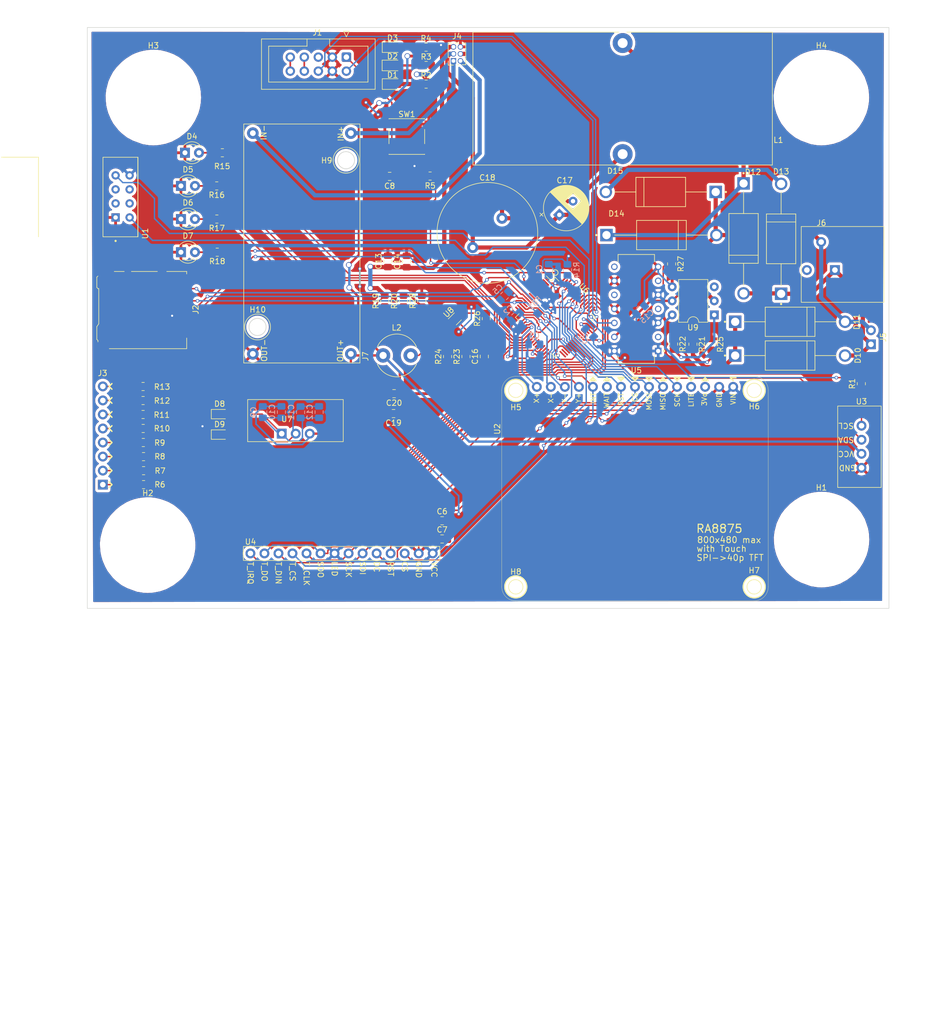
<source format=kicad_pcb>
(kicad_pcb (version 20211014) (generator pcbnew)
  (layers (0 "F.Cu" signal) (31 "B.Cu" signal) (34 "B.Paste" user) (35 "F.Paste" user) (36 "B.SilkS" user "B.Silkscreen") (37 "F.SilkS" user "F.Silkscreen") (38 "B.Mask" user) (39 "F.Mask" user) (44 "Edge.Cuts" user))
  (net 0 "")
  (net 1 "PA9")
  (net 2 "PB14")
  (net 3 "PB11")
  (net 4 "PB3")
  (net 5 "PB10")
  (net 6 "PB4")
  (net 7 "PB5")
  (net 8 "PB8")
  (net 9 "PB7")
  (net 10 "PA0")
  (net 11 "PA1")
  (net 12 "PA2")
  (net 13 "PA3")
  (net 14 "PA4")
  (net 15 "PA10")
  (net 16 "PC2")
  (net 17 "PC3")
  (net 18 "Net-(C10-Pad2)")
  (net 19 "PC7")
  (net 20 "PC6")
  (net 21 "PC5")
  (net 22 "PC4")
  (net 23 "/NRST")
  (net 24 "PA5")
  (net 25 "Net-(D1-Pad2)")
  (net 26 "PA6")
  (net 27 "Net-(D2-Pad2)")
  (net 28 "PC10")
  (net 29 "PA7")
  (net 30 "Net-(D3-Pad2)")
  (net 31 "PA8")
  (net 32 "Net-(D4-Pad2)")
  (net 33 "Net-(R22-Pad1)")
  (net 34 "PC12")
  (net 35 "PC11")
  (net 36 "PC9")
  (net 37 "PC8")
  (net 38 "/PC13")
  (net 39 "/PC14")
  (net 40 "/PC15")
  (net 41 "/PF0")
  (net 42 "/PF1")
  (net 43 "/PC1")
  (net 44 "/3VA")
  (net 45 "/PB1")
  (net 46 "/PB2")
  (net 47 "/PB12")
  (net 48 "/PB13")
  (net 49 "/PB15")
  (net 50 "/PA11")
  (net 51 "/PA12")
  (net 52 "/PA13")
  (net 53 "/PA14")
  (net 54 "/PA15")
  (net 55 "/PB6")
  (net 56 "Net-(C11-Pad1)")
  (net 58 "/V3.3_IN")
  (net 59 "/U5V")
  (net 60 "Net-(C16-Pad2)")
  (net 61 "+5V")
  (net 62 "PD2")
  (net 63 "Net-(R1-Pad1)")
  (net 64 "PB9")
  (net 65 "Net-(D6-Pad2)")
  (net 66 "PF11")
  (net 67 "VAC")
  (net 68 "VAC_GND")
  (net 73 "+3V3")
  (net 74 "DC_DES")
  (net 75 "Net-(L2-Pad1)")
  (net 76 "Net-(R26-Pad1)")
  (net 77 "Net-(R19-Pad2)")
  (net 78 "Net-(R27-Pad2)")
  (net 79 "PC0")
  (net 88 "Net-(D13-Pad2)")
  (net 89 "Net-(D10-Pad1)")
  (net 90 "Net-(D12-Pad1)")
  (net 91 "DC_MOD")
  (net 92 "DC_MOD_GND")
  (net 93 "Net-(J3-Pad1)")
  (net 94 "Net-(J3-Pad2)")
  (net 95 "Net-(J3-Pad3)")
  (net 96 "Net-(J3-Pad4)")
  (net 97 "Net-(J3-Pad5)")
  (net 98 "Net-(J3-Pad6)")
  (net 99 "Net-(J3-Pad7)")
  (net 100 "Net-(J3-Pad8)")
  (net 101 "+9V")
  (net 102 "Net-(D5-Pad2)")
  (net 103 "Net-(D7-Pad2)")
  (net 104 "Net-(R21-Pad1)")
  (net 105 "Net-(R25-Pad2)")
  (net 106 "/PB0")
  (net 108 "9_GND")
  (net 112 "GND")
  (net 114 "Net-(R20-Pad2)")
  (footprint "MountingHole:MountingHole_8.4mm_M8" (layer "F.Cu") (at 83 49)
    (fp_text reference "H3")
    (fp_text value "MountingHole")
  )
  (footprint "imported_footprints:DIO_1N5822" (layer "F.Cu") (at 196.7 74.575 90)
    (fp_text reference "D13")
    (fp_text value "1N5822")
  )
  (footprint "LED_THT:LED_D3.0mm" (layer "F.Cu") (at 88 71)
    (fp_text reference "D6")
    (fp_text value "LED")
  )
  (footprint "Resistor_SMD:R_0805_2012Metric_Pad1.20x1.40mm_HandSolder" (layer "F.Cu") (at 133.12 63.22)
    (fp_text reference "R5")
    (fp_text value "100K")
  )
  (footprint "Resistor_SMD:R_0805_2012Metric_Pad1.20x1.40mm_HandSolder" (layer "F.Cu") (at 132.4 43.2 180)
    (fp_text reference "R3")
    (fp_text value "10k")
  )
  (footprint "Resistor_SMD:R_0805_2012Metric_Pad1.20x1.40mm_HandSolder" (layer "F.Cu") (at 81.16 108.9)
    (fp_text reference "R10")
    (fp_text value "1k")
  )
  (footprint "Capacitor_SMD:C_0805_2012Metric_Pad1.18x1.45mm_HandSolder" (layer "F.Cu") (at 126.6 102.6 180)
    (fp_text reference "C20")
    (fp_text value "100nF")
  )
  (footprint "Inductor_THT:L_Toroid_Vertical_L54.0mm_W23.8mm_P20.10mm_Bourns_5700" (layer "F.Cu") (at 168 39.145)
    (fp_text reference "L1")
    (fp_text value "1m")
  )
  (footprint "Resistor_SMD:R_0805_2012Metric_Pad1.20x1.40mm_HandSolder" (layer "F.Cu") (at 143.3 89.02 -90)
    (fp_text reference "R26")
    (fp_text value "10k")
  )
  (footprint "LED_THT:LED_D3.0mm" (layer "F.Cu") (at 88 65)
    (fp_text reference "D5")
    (fp_text value "LED")
  )
  (footprint "Resistor_SMD:R_0805_2012Metric_Pad1.20x1.40mm_HandSolder" (layer "F.Cu") (at 81.22 114)
    (fp_text reference "R8")
    (fp_text value "1k")
  )
  (footprint "Capacitor_SMD:C_0805_2012Metric_Pad1.18x1.45mm_HandSolder" (layer "F.Cu") (at 126.5 106.2 180)
    (fp_text reference "C19")
    (fp_text value "22uF")
  )
  (footprint "imported_footprints:DIO_1N5822" (layer "F.Cu") (at 198.33 95.7)
    (fp_text reference "D10")
    (fp_text value "1N5822")
  )
  (footprint "Resistor_SMD:R_0805_2012Metric_Pad1.20x1.40mm_HandSolder" (layer "F.Cu") (at 94.48 65 180)
    (fp_text reference "R16")
    (fp_text value "150")
  )
  (footprint "Diode_SMD:D_SOD-323" (layer "F.Cu") (at 95 106.3)
    (fp_text reference "D8")
    (fp_text value "BAT60JFILM")
  )
  (footprint "Resistor_SMD:R_0805_2012Metric_Pad1.20x1.40mm_HandSolder" (layer "F.Cu") (at 139.62 95.88 -90)
    (fp_text reference "R23")
    (fp_text value "220k")
  )
  (footprint "Capacitor_THT:C_Radial_D18.0mm_H35.5mm_P7.50mm" (layer "F.Cu") (at 140.84835 76.15165 45)
    (fp_text reference "C18")
    (fp_text value "1m")
  )
  (footprint "Resistor_SMD:R_0805_2012Metric_Pad1.20x1.40mm_HandSolder" (layer "F.Cu") (at 128.3 85.85 90)
    (fp_text reference "R20")
    (fp_text value "11k")
  )
  (footprint "Resistor_SMD:R_0805_2012Metric_Pad1.20x1.40mm_HandSolder" (layer "F.Cu") (at 132.4 46.57 180)
    (fp_text reference "R2")
    (fp_text value "100K")
  )
  (footprint "imported_footprints:5-3.3_buck_converter" (layer "F.Cu") (at 108.71 109.76)
    (fp_text reference "U7")
    (fp_text value "LD1117S33TR_SOT223")
  )
  (footprint "imported_footprints:DIO_1N5822" (layer "F.Cu") (at 198.33 89.59)
    (fp_text reference "D11")
    (fp_text value "1N5822")
  )
  (footprint "Resistor_SMD:R_0805_2012Metric_Pad1.20x1.40mm_HandSolder" (layer "F.Cu") (at 184.05 93.68 -90)
    (fp_text reference "R25")
    (fp_text value ".33M")
  )
  (footprint "Connector_PinSocket_1.27mm:PinSocket_2x03_P1.27mm_Vertical" (layer "F.Cu") (at 137.355 42.375 180)
    (fp_text reference "J4")
    (fp_text value "DC-DC_JUMPER")
  )
  (footprint "MountingHole:MountingHole_8.4mm_M8" (layer "F.Cu") (at 204 49)
    (fp_text reference "H4")
    (fp_text value "MountingHole")
  )
  (footprint "MountingHole:MountingHole_2.2mm_M2_ISO7380" (layer "F.Cu") (at 148.65 137.58)
    (fp_text reference "H8")
    (fp_text value "MountingHole")
  )
  (footprint "imported_footprints:DIO_1N5822" (layer "F.Cu") (at 175.025 73.9)
    (fp_text reference "D14")
    (fp_text value "1N5822")
  )
  (footprint "Capacitor_SMD:C_0805_2012Metric_Pad1.18x1.45mm_HandSolder" (layer "F.Cu") (at 135.3 125.6)
    (fp_text reference "C6")
    (fp_text value ".1uF")
  )
  (footprint "Capacitor_SMD:C_0805_2012Metric_Pad1.18x1.45mm_HandSolder" (layer "F.Cu") (at 125.8 63.27)
    (fp_text reference "C8")
    (fp_text value ".1uF")
  )
  (footprint "Resistor_SMD:R_0805_2012Metric_Pad1.20x1.40mm_HandSolder" (layer "F.Cu") (at 81.14 106.37)
    (fp_text reference "R11")
    (fp_text value "1k")
  )
  (footprint "Resistor_SMD:R_0805_2012Metric_Pad1.20x1.40mm_HandSolder" (layer "F.Cu") (at 94.57 77 180)
    (fp_text reference "R18")
    (fp_text value "150")
  )
  (footprint "MountingHole:MountingHole_2.2mm_M2_ISO7380" (layer "F.Cu") (at 101.86 90.52)
    (fp_text reference "H10")
    (fp_text value "MountingHole")
  )
  (footprint "Diode_SMD:D_SOD-323" (layer "F.Cu") (at 95 110)
    (fp_text reference "D9")
    (fp_text value "BAT60JFILM")
  )
  (footprint "Resistor_SMD:R_0805_2012Metric_Pad1.20x1.40mm_HandSolder" (layer "F.Cu") (at 136.28 95.88 90)
    (fp_text reference "R24")
    (fp_text value "30k")
  )
  (footprint "MountingHole:MountingHole_2.2mm_M2_ISO7380" (layer "F.Cu") (at 191.84 102)
    (fp_text reference "H6")
    (fp_text value "MountingHole")
  )
  (footprint "imported_footprints:DIO_1N5822" (layer "F.Cu") (at 189.9 74.5 -90)
    (fp_text reference "D12")
    (fp_text value "1N5822")
  )
  (footprint "Resistor_SMD:R_0805_2012Metric_Pad1.20x1.40mm_HandSolder" (layer "F.Cu") (at 81.14 103.85)
    (fp_text reference "R12")
    (fp_text value "1k")
  )
  (footprint "Button_Switch_SMD:SW_SPST_PTS645" (layer "F.Cu") (at 128.91 56.07)
    (fp_text reference "SW1")
    (fp_text value "SW_Push")
  )
  (footprint "Capacitor_SMD:C_0805_2012Metric_Pad1.18x1.45mm_HandSolder" (layer "F.Cu") (at 125.48 78.65 90)
    (fp_text reference "C13")
    (fp_text value "10uF")
  )
  (footprint "Capacitor_SMD:C_0805_2012Metric_Pad1.18x1.45mm_HandSolder" (layer "F.Cu") (at 142.95 95.87 90)
    (fp_text reference "C16")
    (fp_text value "33pF")
  )
  (footprint "Package_DIP:DIP-6_W7.62mm" (layer "F.Cu") (at 184.59 88.345 180)
    (fp_text reference "U9")
    (fp_text value "4N28")
  )
  (footprint "Capacitor_SMD:C_0805_2012Metric_Pad1.18x1.45mm_HandSolder" (layer "F.Cu") (at 135.3 128.9)
    (fp_text reference "C7")
    (fp_text value "10uF")
  )
  (footprint "LED_SMD:LED_0805_2012Metric_Pad1.15x1.40mm_HandSolder" (layer "F.Cu") (at 126.32 39.88)
    (fp_text reference "D3")
    (fp_text value "LED_GREEN")
  )
  (footprint "LED_THT:LED_D3.0mm" (layer "F.Cu") (at 88.725 59)
    (fp_text reference "D4")
    (fp_text value "LED")
  )
  (footprint "imported_footprints:RA8875_TFT_Breakout" (layer "F.Cu") (at 169.038969 100.506361 180)
    (fp_text reference "U2")
    (fp_text value "7in_display_controller")
  )
  (footprint "Package_TO_SOT_SMD:SOT-563" (layer "F.Cu") (at 137.69 89.07 45)
    (fp_text reference "U8")
    (fp_text value "TPS56325x")
  )
  (footprint "LED_SMD:LED_0805_2012Metric_Pad1.15x1.40mm_HandSolder" (layer "F.Cu") (at 126.3225 46.57)
    (fp_text reference "D1")
    (fp_text value "LED_RED")
  )
  (footprint "imported_footprints:4x4_keypad" (layer "F.Cu") (at 73.8509 110.1746 90)
    (fp_text reference "J3")
    (fp_text value "4x4 Keypad")
  )
  (footprint "Resistor_SMD:R_0805_2012Metric_Pad1.20x1.40mm_HandSolder" (layer "F.Cu") (at 81.23 116.54)
    (fp_text reference "R7")
    (fp_text value "1k")
  )
  (footprint "LED_SMD:LED_0805_2012Metric_Pad1.15x1.40mm_HandSolder" (layer "F.Cu") (at 126.3 43.2)
    (fp_text reference "D2")
    (fp_text value "LED_YELLOW")
  )
  (footprint "Resistor_SMD:R_0805_2012Metric_Pad1.20x1.40mm_HandSolder" (layer "F.Cu") (at 180.73 93.65 -90)
    (fp_text reference "R21")
    (fp_text value "820")
  )
  (footprint "imported_footprints:SN74HC14N" (layer "F.Cu") (at 170.4675 87.26 180)
    (fp_text reference "U5")
    (fp_text value "74HC14")
  )
  (footprint "imported_footprints:XCVR_ESP8266-01_ESP-01" (layer "F.Cu") (at 67.85 66.9 90)
    (fp_text reference "U1")
    (fp_text value "ESP8266")
  )
  (footprint "Resistor_SMD:R_0805_2012Metric_Pad1.20x1.40mm_HandSolder" (layer "F.Cu") (at 81.23 119.06)
    (fp_text reference "R6")
    (fp_text value "1k")
  )
  (footprint "Capacitor_SMD:C_0805_2012Metric_Pad1.18x1.45mm_HandSolder" (layer "F.Cu") (at 128.87 78.68 90)
    (fp_text reference "C14")
    (fp_text value "100nF")
  )
  (footprint "Resistor_SMD:R_0805_2012Metric_Pad1.20x1.40mm_HandSolder" (layer "F.Cu") (at 81.14 101.31)
    (fp_text reference "R13")
    (fp_text value "1k")
  )
  (footprint "imported_footprints:RFID_Reader_PCB" (layer "F.Cu") (at 211.26 112.21 90)
    (fp_text reference "U3")
    (fp_text value "RFID_Scanner")
  )
  (footprint "MountingHole:MountingHole_8.4mm_M8" (layer "F.Cu") (at 82 130)
    (fp_text reference "H2")
    (fp_text value "MountingHole")
  )
  (footprint "Inductor_THT:L_Radial_D7.5mm_P5.00mm_Fastron_07P" (layer "F.Cu") (at 129.61 95.68 180)
    (fp_text reference "L2")
    (fp_text value "2.2uH")
  )
  (footprint "Connector_Card:microSD_HC_Hirose_DM3AT-SF-PEJM5" (layer "F.Cu") (at 81.15 87.46 -90)
    (fp_text reference "J2")
    (fp_text value "Micro_SD_Card_Det_Hirose_DM3AT")
  )
  (footprint "Resistor_SMD:R_0805_2012Metric_Pad1.20x1.40mm_HandSolder" (layer "F.Cu") (at 81.18 111.44)
    (fp_text reference "R9")
    (fp_text value "1k")
  )
  (footprint "MountingHole:MountingHole_2.2mm_M2_ISO7380" (layer "F.Cu") (at 117.89 60.35)
    (fp_text reference "H9")
    (fp_text value "MountingHole")
  )
  (footprint "Resistor_SMD:R_0805_2012Metric_Pad1.20x1.40mm_HandSolder" (layer "F.Cu") (at 177.22 93.62 90)
    (fp_text reference "R22")
    (fp_text value "68")
  )
  (footprint "LED_THT:LED_D3.0mm" (layer "F.Cu") (at 88 77)
    (fp_text reference "D7")
    (fp_text value "LED")
  )
  (footprint "MountingHole:MountingHole_2.2mm_M2_ISO7380" (layer "F.Cu") (at 191.82 137.59)
    (fp_text reference "H7")
    (fp_text value "MountingHole")
  )
  (footprint "Resistor_SMD:R_0805_2012Metric_Pad1.20x1.40mm_HandSolder" (layer "F.Cu") (at 211.23 100.8 90)
    (fp_text reference "R1")
    (fp_text value "100")
  )
  (footprint "MountingHole:MountingHole_8.4mm_M8" (layer "F.Cu") (at 204 129)
    (fp_text reference "H1")
    (fp_text value "MountingHole")
  )
  (footprint "Connector_IDC:IDC-Header_2x05_P2.54mm_Vertical" (layer "F.Cu") (at 117.96 41.69 -90)
    (fp_text reference "J1")
    (fp_text value "Conn_02x05_Odd_Even")
  )
  (footprint "Resistor_SMD:R_0805_2012Metric_Pad1.20x1.40mm_HandSolder" (layer "F.Cu") (at 94.5 71 180)
    (fp_text reference "R17")
    (fp_text value "150")
  )
  (footprint "Resistor_SMD:R_0805_2012Metric_Pad1.20x1.40mm_HandSolder" (layer "F.Cu") (at 176.87 79.12 -90)
    (fp_text reference "R27")
    (fp_text value "10k")
  )
  (footprint "imported_footprints:barrel_jack_adapter" (layer "F.Cu") (at 203.90475 75.146 180)
    (fp_text reference "J6")
    (fp_text value "PS_BJ")
  )
  (footprint "Resistor_SMD:R_0805_2012Metric_Pad1.20x1.40mm_HandSolder" (layer "F.Cu") (at 132.39 39.89 180)
    (fp_text reference "R4")
    (fp_text value "2k")
  )
  (footprint "Resistor_SMD:R_0805_2012Metric_Pad1.20x1.40mm_HandSolder" (layer "F.Cu") (at 95.5 59 180)
    (fp_text reference "R15")
    (fp_text value "150")
  )
  (footprint "Resistor_SMD:R_0805_2012Metric_Pad1.20x1.40mm_HandSolder" (layer "F.Cu") (at 131.62 85.87 90)
    (fp_text reference "R28")
    (fp_text value "300")
  )
  (footprint "MountingHole:MountingHole_2.2mm_M2_ISO7380" (layer "F.Cu") (at 148.64 102.01)
    (fp_text reference "H5")
    (fp_text value "MountingHole")
  )
  (footprint "imported_footprints:tft_2.8in_touch_display" (layer "F.Cu") (at 117.09 131.51 180)
    (fp_text reference "U4")
    (fp_text value "TFT_2.8IN_DISPLAY")
  )
  (footprint "imported_footprints:7.5Vdc-5Vdc_buck_converter" (layer "F.Cu") (at 120.42 97.05 90)
    (fp_text reference "J7")
    (fp_text value "DC-DC Converter")
    (fp_circle (center 36.7 -2.525) (end 38.249 -2.525) (layer "Edge.Cuts") (width 0.12) (fill none))
    (fp_circle (center 6.525 -18.55) (end 8.074 -18.55) (layer "Edge.Cuts") (width 0.12) (fill none))
  )
  (footprint "Resistor_SMD:R_0805_2012Metric_Pad1.20x1.40mm_HandSolder" (layer "F.Cu") (at 124.91 85.84 -90)
    (fp_text reference "R19")
    (fp_text value "100k")
  )
  (footprint "imported_footprints:PS_2_Wire" (layer "F.Cu") (at 213.3 92.4 90)
    (fp_text reference "J5")
    (fp_text value "PS_WIRES")
  )
  (footprint "imported_footprints:DIO_1N5822" (layer "F.Cu") (at 174.9 66.1 180)
    (fp_text reference "D15")
    (fp_text value "1N5822")
  )
  (footprint "Capacitor_THT:CP_Radial_D8.0mm_P3.50mm" (layer "F.Cu") (at 156.532603 70.237437 45)
    (fp_text reference "C17")
    (fp_text value "100m")
  )
  (footprint "Package_QFP:LQFP-64_10x10mm_P0.5mm" (layer "F.Cu") (at 155.8 88.789072 -45)
    (fp_text reference "U6")
    (fp_text value "STM32F091RCTx")
  )
  (footprint "Capacitor_SMD:C_0805_2012Metric_Pad1.18x1.45mm_HandSolder" (layer "B.Cu") (at 102.8254 105.934 -90)
    (fp_text reference "C9")
    (fp_text value "22uF")
  )
  (footprint "Capacitor_SMD:C_0805_2012Metric_Pad1.18x1.45mm_HandSolder" (layer "B.Cu") (at 146.6 84.9 45)
    (fp_text reference "C5")
    (fp_text value ".1uF")
  )
  (footprint "Capacitor_SMD:C_0805_2012Metric_Pad1.18x1.45mm_HandSolder" (layer "B.Cu") (at 106.1954 105.934 -90)
    (fp_text reference "C10")
    (fp_text value ".1uF")
  )
  (footprint "Capacitor_SMD:C_0805_2012Metric_Pad1.18x1.45mm_HandSolder" (layer "B.Cu") (at 171.22 87.45 45)
    (fp_text reference "C15")
    (fp_text value ".1uF")
  )
  (footprint "Capacitor_SMD:C_0805_2012Metric_Pad1.18x1.45mm_HandSolder" (layer "B.Cu") (at 109.6554 105.964 -90)
    (fp_text reference "C11")
    (fp_text value ".1uF")
  )
  (footprint "Capacitor_SMD:C_0805_2012Metric_Pad1.18x1.45mm_HandSolder" (layer "B.Cu") (at 152 93.7)
    (fp_text reference "C3")
    (fp_text value ".1uF")
  )
  (footprint "Capacitor_SMD:C_0805_2012Metric_Pad1.18x1.45mm_HandSolder" (layer "B.Cu") (at 148.6 88.7 45)
    (fp_text reference "C2")
    (fp_text value ".1uF")
  )
  (footprint "Resistor_SMD:R_0805_2012Metric_Pad1.20x1.40mm_HandSolder" (layer "B.Cu") (at 153.3 87.4 -135)
    (fp_text reference "FB1")
    (fp_text value "FerriteBead")
  )
  (footprint "Capacitor_SMD:C_0805_2012Metric_Pad1.18x1.45mm_HandSolder" (layer "B.Cu") (at 154.6 80.2 -90)
    (fp_text reference "C1")
    (fp_text value ".1uF")
  )
  (footprint "Capacitor_SMD:C_0805_2012Metric_Pad1.18x1.45mm_HandSolder" (layer "B.Cu") (at 162 91.6 135)
    (fp_text reference "C4")
    (fp_text value ".1uF")
  )
  (footprint "Resistor_SMD:R_0805_2012Metric_Pad1.20x1.40mm_HandSolder" (layer "B.Cu") (at 158 80.189072 90)
    (fp_text reference "R14")
    (fp_text value "100K")
  )
  (footprint "Capacitor_SMD:C_0805_2012Metric_Pad1.18x1.45mm_HandSolder" (layer "B.Cu") (at 113.0154 105.934 -90)
    (fp_text reference "C12")
    (fp_text value "22uF")
  )
  (gr_circle (center 155.792001 80.689072) (end 155.289107 80.617233) (layer "F.SilkS") (width 0.15) (fill none))
  (gr_rect (start 216.23 141.46) (end 71.04 36.325) (layer "Edge.Cuts") (width 0.1) (fill none))
  (segment (start 163.638032 92.889072) (end 160.96066 92.889072) (width 0.254) (layer "F.Cu") (net 1))
  (segment (start 160.96066 92.889072) (end 160.343161 92.271573) (width 0.254) (layer "F.Cu") (net 1))
  (segment (start 163.74896 93) (end 163.638032 92.889072) (width 0.254) (layer "F.Cu") (net 1))
  (via (at 163.74896 93) (size 0.635) (drill 0.381) (layers "F.Cu" "B.Cu") (net 1))
  (segment (start 158.425139 74.825139) (end 140.29889 74.825139) (width 0.254) (layer "B.Cu") (net 1))
  (segment (start 140.29889 74.825139) (end 139.073751 73.6) (width 0.254) (layer "B.Cu") (net 1))
  (segment (start 83.2 70.9) (end 83.2 67.3) (width 0.254) (layer "B.Cu") (net 1))
  (segment (start 77.47 64.4) (end 76.16 63.09) (width 0.254) (layer "B.Cu") (net 1))
  (segment (start 85.9 73.6) (end 83.2 70.9) (width 0.254) (layer "B.Cu") (net 1))
  (segment (start 161.9 88.178302) (end 161.9 78.3) (width 0.254) (layer "B.Cu") (net 1))
  (segment (start 139.073751 73.6) (end 85.9 73.6) (width 0.254) (layer "B.Cu") (net 1))
  (segment (start 161.9 78.3) (end 158.425139 74.825139) (width 0.254) (layer "B.Cu") (net 1))
  (segment (start 80.3 64.4) (end 77.47 64.4) (width 0.254) (layer "B.Cu") (net 1))
  (segment (start 163.74896 93) (end 164.3 93) (width 0.254) (layer "B.Cu") (net 1))
  (segment (start 161.655989 88.955831) (end 161.655989 88.422313) (width 0.254) (layer "B.Cu") (net 1))
  (segment (start 161.655989 88.422313) (end 161.9 88.178302) (width 0.254) (layer "B.Cu") (net 1))
  (segment (start 164.7 91.999842) (end 161.655989 88.955831) (width 0.254) (layer "B.Cu") (net 1))
  (segment (start 164.3 93) (end 164.7 92.6) (width 0.254) (layer "B.Cu") (net 1))
  (segment (start 164.7 92.6) (end 164.7 91.999842) (width 0.254) (layer "B.Cu") (net 1))
  (segment (start 83.2 67.3) (end 80.3 64.4) (width 0.254) (layer "B.Cu") (net 1))
  (segment (start 134.534678 123.7) (end 127.2 131.034678) (width 0.254) (layer "F.Cu") (net 2))
  (segment (start 138.2 123.7) (end 134.534678 123.7) (width 0.254) (layer "F.Cu") (net 2))
  (segment (start 127.2 131.034678) (end 127.2 132.6) (width 0.254) (layer "F.Cu") (net 2))
  (segment (start 155.9 94.7) (end 156.6 94) (width 0.254) (layer "F.Cu") (net 2))
  (segment (start 127.2 132.6) (end 126.4 133.4) (width 0.254) (layer "F.Cu") (net 2))
  (segment (start 153 108.9) (end 138.2 123.7) (width 0.254) (layer "F.Cu") (net 2))
  (segment (start 126.4 133.4) (end 125.33 133.4) (width 0.254) (layer "F.Cu") (net 2))
  (segment (start 125.33 133.4) (end 123.44 131.51) (width 0.254) (layer "F.Cu") (net 2))
  (segment (start 155.9 95.3) (end 155.9 94.7) (width 0.254) (layer "F.Cu") (net 2))
  (segment (start 156.3 95.7) (end 155.9 95.3) (width 0.254) (layer "F.Cu") (net 2))
  (segment (start 156.6 94) (end 157.12184 94) (width 0.254) (layer "F.Cu") (net 2))
  (segment (start 157.12184 94) (end 157.868287 94.746447) (width 0.254) (layer "F.Cu") (net 2))
  (via (at 156.3 95.7) (size 0.635) (drill 0.381) (layers "F.Cu" "B.Cu") (net 2))
  (via (at 153 108.9) (size 0.635) (drill 0.381) (layers "F.Cu" "B.Cu") (net 2))
  (segment (start 156.3 95.7) (end 156.3 96.0884) (width 0.254) (layer "B.Cu") (net 2))
  (segment (start 156.3 96.0884) (end 158.751642 98.540042) (width 0.254) (layer "B.Cu") (net 2))
  (segment (start 158.751642 98.540042) (end 158.751642 103.148358) (width 0.254) (layer "B.Cu") (net 2))
  (segment (start 158.751642 103.148358) (end 153 108.9) (width 0.254) (layer "B.Cu") (net 2))
  (segment (start 155.044623 92.755377) (end 154.327687 93.472313) (width 0.254) (layer "F.Cu") (net 3))
  (segment (start 157.244623 92.755377) (end 155.044623 92.755377) (width 0.254) (layer "F.Cu") (net 3))
  (segment (start 154.327687 93.472313) (end 154.327687 94.150473) (width 0.254) (layer "F.Cu") (net 3))
  (segment (start 150.076765 106.244) (end 165.1 106.244) (width 0.254) (layer "F.Cu") (net 3))
  (segment (start 150.032765 106.2) (end 150.076765 106.244) (width 0.254) (layer "F.Cu") (net 3))
  (segment (start 125.98 131.51) (end 125.98 130.252765) (width 0.254) (layer "F.Cu") (net 3))
  (segment (start 125.98 130.252765) (end 150.032765 106.2) (width 0.254) (layer "F.Cu") (net 3))
  (segment (start 154.327687 94.150473) (end 153.731713 94.746447) (width 0.254) (layer "F.Cu") (net 3))
  (via (at 157.244623 92.755377) (size 0.635) (drill 0.381) (layers "F.Cu" "B.Cu") (net 3))
  (via (at 165.1 106.244) (size 0.635) (drill 0.381) (layers "F.Cu" "B.Cu") (net 3))
  (segment (start 157.244623 93.024773) (end 161.85352 97.63367) (width 0.254) (layer "B.Cu") (net 3))
  (segment (start 161.85352 97.85352) (end 163.6 99.6) (width 0.254) (layer "B.Cu") (net 3))
  (segment (start 165.1 106.244) (end 167.696131 103.647869) (width 0.254) (layer "B.Cu") (net 3))
  (segment (start 167.696131 103.647869) (end 167.696131 101.365) (width 0.254) (layer "B.Cu") (net 3))
  (segment (start 165.931131 99.6) (end 167.696131 101.365) (width 0.254) (layer "B.Cu") (net 3))
  (segment (start 161.85352 97.63367) (end 161.85352 97.85352) (width 0.254) (layer "B.Cu") (net 3))
  (segment (start 157.244623 92.755377) (end 157.244623 93.024773) (width 0.254) (layer "B.Cu") (net 3))
  (segment (start 163.6 99.6) (end 165.931131 99.6) (width 0.254) (layer "B.Cu") (net 3))
  (segment (start 110.74 131.51) (end 111.955511 132.725511) (width 0.254) (layer "F.Cu") (net 4))
  (segment (start 159.64975 85.999982) (end 159.64975 86.818974) (width 0.254) (layer "F.Cu") (net 4))
  (segment (start 145.17 104.7) (end 174.521131 104.7) (width 0.254) (layer "F.Cu") (net 4))
  (segment (start 160.343161 85.306571) (end 159.64975 85.999982) (width 0.254) (layer "F.Cu") (net 4))
  (segment (start 174.521131 104.7) (end 177.856131 101.365) (width 0.254) (layer "F.Cu") (net 4))
  (segment (start 118.36 131.51) (end 145.17 104.7) (width 0.254) (layer "F.Cu") (net 4))
  (segment (start 111.955511 132.725511) (end 117.144489 132.725511) (width 0.254) (layer "F.Cu") (net 4))
  (segment (start 117.144489 132.725511) (end 118.36 131.51) (width 0.254) (layer "F.Cu") (net 4))
  (via (at 159.64975 86.818974) (size 0.635) (drill 0.381) (layers "F.Cu" "B.Cu") (net 4))
  (segment (start 174.191131 97.7) (end 177.856131 101.365) (width 0.254) (layer "B.Cu") (net 4))
  (segment (start 159.249194 91.925056) (end 159.249194 92.463848) (width 0.254) (layer "B.Cu") (net 4))
  (segment (start 158.46056 91.136422) (end 159.249194 91.925056) (width 0.254) (layer "B.Cu") (net 4))
  (segment (start 164.485346 97.7) (end 174.191131 97.7) (width 0.254) (layer "B.Cu") (net 4))
  (segment (start 158.46056 88.008164) (end 158.46056 91.136422) (width 0.254) (layer "B.Cu") (net 4))
  (segment (start 159.249194 92.463848) (end 164.485346 97.7) (width 0.254) (layer "B.Cu") (net 4))
  (segment (start 159.64975 86.818974) (end 158.46056 88.008164) (width 0.254) (layer "B.Cu") (net 4))
  (segment (start 152.782184 94.988868) (end 153.378159 94.392893) (width 0.254) (layer "F.Cu") (net 5))
  (segment (start 152.416348 94.988868) (end 152.782184 94.988868) (width 0.254) (layer "F.Cu") (net 5))
  (segment (start 149.03944 94.76056) (end 152.18804 94.76056) (width 0.254) (layer "F.Cu") (net 5))
  (segment (start 88.91 85.8) (end 88.875 85.835) (width 0.254) (layer "F.Cu") (net 5))
  (segment (start 147.174824 95.877304) (end 147.922696 95.877304) (width 0.254) (layer "F.Cu") (net 5))
  (segment (start 91 85.8) (end 88.91 85.8) (width 0.254) (layer "F.Cu") (net 5))
  (segment (start 152.18804 94.76056) (end 152.416348 94.988868) (width 0.254) (layer "F.Cu") (net 5))
  (segment (start 147.922696 95.877304) (end 149.03944 94.76056) (width 0.254) (layer "F.Cu") (net 5))
  (via (at 91 85.8) (size 0.635) (drill 0.381) (layers "F.Cu" "B.Cu") (net 5))
  (via (at 147.174824 95.877304) (size 0.635) (drill 0.381) (layers "F.Cu" "B.Cu") (net 5))
  (segment (start 142 85.8) (end 91 85.8) (width 0.254) (layer "B.Cu") (net 5))
  (segment (start 147.5 91.3) (end 142 85.8) (width 0.254) (layer "B.Cu") (net 5))
  (segment (start 147.5 95.552128) (end 147.5 91.3) (width 0.254) (layer "B.Cu") (net 5))
  (segment (start 147.174824 95.877304) (end 147.5 95.552128) (width 0.254) (layer "B.Cu") (net 5))
  (segment (start 113.28 131.51) (end 114.604489 131.51) (width 0.254) (layer "F.Cu") (net 6))
  (segment (start 118.934137 130.294489) (end 144.982146 104.24648) (width 0.254) (layer "F.Cu") (net 6))
  (segment (start 158.934503 86.008123) (end 158.934503 86.389072) (width 0.254) (layer "F.Cu") (net 6))
  (segment (start 159.989608 84.953018) (end 158.934503 86.008123) (width 0.254) (layer "F.Cu") (net 6))
  (segment (start 114.604489 131.51) (end 114.604489 131.006518) (width 0.254) (layer "F.Cu") (net 6))
  (segment (start 172.434651 104.24648) (end 175.316131 101.365) (width 0.254) (layer "F.Cu") (net 6))
  (segment (start 115.316518 130.294489) (end 118.934137 130.294489) (width 0.254) (layer "F.Cu") (net 6))
  (segment (start 144.982146 104.24648) (end 172.434651 104.24648) (width 0.254) (layer "F.Cu") (net 6))
  (segment (start 114.604489 131.006518) (end 115.316518 130.294489) (width 0.254) (layer "F.Cu") (net 6))
  (via (at 158.934503 86.389072) (size 0.635) (drill 0.381) (layers "F.Cu" "B.Cu") (net 6))
  (segment (start 103.12 131.51) (end 104.63 130) (width 0.254) (layer "B.Cu") (net 6))
  (segment (start 158.934503 86.389072) (end 158.00704 87.316535) (width 0.254) (layer "B.Cu") (net 6))
  (segment (start 158.00704 91.324276) (end 158.795674 92.11291) (width 0.254) (layer "B.Cu") (net 6))
  (segment (start 104.63 130) (end 111.77 130) (width 0.254) (layer "B.Cu") (net 6))
  (segment (start 173.6471 99.695969) (end 175.316131 101.365) (width 0.254) (layer "B.Cu") (net 6))
  (segment (start 168.346839 98.19296) (end 169.849848 99.695969) (width 0.254) (layer "B.Cu") (net 6))
  (segment (start 158.00704 87.316535) (end 158.00704 91.324276) (width 0.254) (layer "B.Cu") (net 6))
  (segment (start 111.77 130) (end 113.28 131.51) (width 0.254) (layer "B.Cu") (net 6))
  (segment (start 158.795674 92.651702) (end 164.336932 98.19296) (width 0.254) (layer "B.Cu") (net 6))
  (segment (start 164.336932 98.19296) (end 168.346839 98.19296) (width 0.254) (layer "B.Cu") (net 6))
  (segment (start 169.849848 99.695969) (end 173.6471 99.695969) (width 0.254) (layer "B.Cu") (net 6))
  (segment (start 158.795674 92.11291) (end 158.795674 92.651702) (width 0.254) (layer "B.Cu") (net 6))
  (segment (start 146.81 105.6) (end 169.8 105.6) (width 0.254) (layer "F.Cu") (net 7))
  (segment (start 107.329031 133.179031) (end 119.230969 133.179031) (width 0.254) (layer "F.Cu") (net 7))
  (segment (start 119.230969 133.179031) (end 120.9 131.51) (width 0.254) (layer "F.Cu") (net 7))
  (segment (start 158.362953 85.872565) (end 159.636054 84.599464) (width 0.254) (layer "F.Cu") (net 7))
  (segment (start 158.279052 85.872565) (end 158.362953 85.872565) (width 0.254) (layer "F.Cu") (net 7))
  (segment (start 105.66 131.51) (end 107.329031 133.179031) (width 0.254) (layer "F.Cu") (net 7))
  (segment (start 120.9 131.51) (end 146.81 105.6) (width 0.254) (layer "F.Cu") (net 7))
  (via (at 169.8 105.6) (size 0.635) (drill 0.381) (layers "F.Cu" "B.Cu") (net 7))
  (via (at 158.279052 85.872565) (size 0.635) (drill 0.381) (layers "F.Cu" "B.Cu") (net 7))
  (segment (start 157.55352 91.51213) (end 157.55352 86.598097) (width 0.254) (layer "B.Cu") (net 7))
  (segment (start 168.158985 98.64648) (end 169.661994 100.149489) (width 0.254) (layer "B.Cu") (net 7))
  (segment (start 158.342154 92.300764) (end 157.55352 91.51213) (width 0.254) (layer "B.Cu") (net 7))
  (segment (start 171.56062 100.149489) (end 172.776131 101.365) (width 0.254) (layer "B.Cu") (net 7))
  (segment (start 172.776131 102.623869) (end 172.776131 101.365) (width 0.254) (layer "B.Cu") (net 7))
  (segment (start 169.8 105.6) (end 172.776131 102.623869) (width 0.254) (layer "B.Cu") (net 7))
  (segment (start 158.342154 92.300764) (end 158.342154 92.839556) (width 0.254) (layer "B.Cu") (net 7))
  (segment (start 158.279052 85.872565) (end 157.55352 86.598097) (width 0.254) (layer "B.Cu") (net 7))
  (segment (start 169.661994 100.149489) (end 171.56062 100.149489) (width 0.254) (layer "B.Cu") (net 7))
  (segment (start 158.342154 92.839556) (end 164.149078 98.64648) (width 0.254) (layer "B.Cu") (net 7))
  (segment (start 164.149078 98.64648) (end 168.158985 98.64648) (width 0.254) (layer "B.Cu") (net 7))
  (segment (start 135.763719 132.725511) (end 161.733241 106.755989) (width 0.254) (layer "F.Cu") (net 8))
  (segment (start 158.203821 83.185251) (end 158.221841 83.185251) (width 0.254) (layer "F.Cu") (net 8))
  (segment (start 161.733241 106.755989) (end 163.555989 106.755989) (width 0.254) (layer "F.Cu") (net 8))
  (segment (start 157.3 84.089072) (end 158.203821 83.185251) (width 0.254) (layer "F.Cu") (net 8))
  (segment (start 128.52 131.51) (end 129.735511 132.725511) (width 0.254) (layer "F.Cu") (net 8))
  (segment (start 129.735511 132.725511) (end 135.763719 132.725511) (width 0.254) (layer "F.Cu") (net 8))
  (segment (start 163.555989 106.755989) (end 164.3 107.5) (width 0.254) (layer "F.Cu") (net 8))
  (via (at 164.3 107.5) (size 0.635) (drill 0.381) (layers "F.Cu" "B.Cu") (net 8))
  (via (at 157.3 84.089072) (size 0.635) (drill 0.381) (layers "F.Cu" "B.Cu") (net 8))
  (segment (start 157.888634 92.488618) (end 157.1 91.699984) (width 0.254) (layer "B.Cu") (net 8))
  (segment (start 163.961224 99.1) (end 157.888634 93.02741) (width 0.254) (layer "B.Cu") (net 8))
  (segment (start 167.971131 99.1) (end 163.961224 99.1) (width 0.254) (layer "B.Cu") (net 8))
  (segment (start 170.236131 102.622235) (end 170.236131 101.365) (width 0.254) (layer "B.Cu") (net 8))
  (segment (start 165.358366 107.5) (end 170.236131 102.622235) (width 0.254) (layer "B.Cu") (net 8))
  (segment (start 170.236131 101.365) (end 167.971131 99.1) (width 0.254) (layer "B.Cu") (net 8))
  (segment (start 157.888634 93.02741) (end 157.888634 92.488618) (width 0.254) (layer "B.Cu") (net 8))
  (segment (start 164.3 107.5) (end 165.358366 107.5) (width 0.254) (layer "B.Cu") (net 8))
  (segment (start 157.1 91.699984) (end 157.1 84.289072) (width 0.254) (layer "B.Cu") (net 8))
  (segment (start 157.1 84.289072) (end 157.3 84.089072) (width 0.254) (layer "B.Cu") (net 8))
  (segment (start 156.532234 86.289072) (end 156.456 86.289072) (width 0.254) (layer "F.Cu") (net 9))
  (segment (start 157.8 107.9) (end 153.7 112) (width 0.254) (layer "F.Cu") (net 9))
  (segment (start 158.928948 83.892358) (end 156.532234 86.289072) (width 0.254) (layer "F.Cu") (net 9))
  (via (at 153.7 112) (size 0.635) (drill 0.381) (layers "F.Cu" "B.Cu") (net 9))
  (via (at 157.8 107.9) (size 0.635) (drill 0.381) (layers "F.Cu" "B.Cu") (net 9))
  (via (at 156.456 86.289072) (size 0.635) (drill 0.381) (layers "F.Cu" "B.Cu") (net 9))
  (segment (start 161.4 104.3) (end 157.8 107.9) (width 0.254) (layer "B.Cu") (net 9))
  (segment (start 108.2 131.51) (end 110.49 133.8) (width 0.254) (layer "B.Cu") (net 9))
  (segment (start 153.7 113.128993) (end 153.7 112) (width 0.254) (layer "B.Cu") (net 9))
  (segment (start 156.6 86.433072) (end 156.6 93.021524) (width 0.254) (layer "B.Cu") (net 9))
  (segment (start 110.49 133.8) (end 133.028993 133.8) (width 0.254) (layer "B.Cu") (net 9))
  (segment (start 133.028993 133.8) (end 153.7 113.128993) (width 0.254) (layer "B.Cu") (net 9))
  (segment (start 161.4 97.821524) (end 161.4 104.3) (width 0.254) (layer "B.Cu") (net 9))
  (segment (start 156.456 86.289072) (end 156.6 86.433072) (width 0.254) (layer "B.Cu") (net 9))
  (segment (start 156.6 93.021524) (end 161.4 97.821524) (width 0.254) (layer "B.Cu") (net 9))
  (segment (start 157.5 99.4116) (end 160.66273 99.4116) (width 0.254) (layer "F.Cu") (net 10))
  (segment (start 134.1 135.3) (end 104.37 135.3) (width 0.254) (layer "F.Cu") (net 10))
  (segment (start 152.6 87.1) (end 151.021196 87.1) (width 0.254) (layer "F.Cu") (net 10))
  (segment (start 104.37 135.3) (end 100.58 131.51) (width 0.254) (layer "F.Cu") (net 10))
  (segment (start 151.021196 87.1) (end 150.804437 87.316759) (width 0.254) (layer "F.Cu") (net 10))
  (segment (start 162 107.4) (end 134.1 135.3) (width 0.254) (layer "F.Cu") (net 10))
  (segment (start 150.438599 87.316759) (end 149.842625 86.720785) (width 0.254) (layer "F.Cu") (net 10))
  (segment (start 160.66273 99.4116) (end 161.375565 100.124435) (width 0.254) (layer "F.Cu") (net 10))
  (segment (start 161.375565 100.124435) (end 162.616131 101.365) (width 0.254) (layer "F.Cu") (net 10))
  (segment (start 150.804437 87.316759) (end 150.438599 87.316759) (width 0.254) (layer "F.Cu") (net 10))
  (segment (start 154 88.5) (end 152.6 87.1) (width 0.254) (layer "F.Cu") (net 10))
  (via (at 162 107.4) (size 0.635) (drill 0.381) (layers "F.Cu" "B.Cu") (net 10))
  (via (at 157.5 99.4116) (size 0.635) (drill 0.381) (layers "F.Cu" "B.Cu") (net 10))
  (via (at 154 88.5) (size 0.635) (drill 0.381) (layers "F.Cu" "B.Cu") (net 10))
  (segment (start 156.1 90.6) (end 156.1 94.98923) (width 0.254) (layer "B.Cu") (net 10))
  (segment (start 157.5 98.7) (end 157.5 99.4116) (width 0.254) (layer "B.Cu") (net 10))
  (segment (start 162.616131 106.783869) (end 162 107.4) (width 0.254) (layer "B.Cu") (net 10))
  (segment (start 156.1 94.98923) (end 155.655989 95.433241) (width 0.254) (layer "B.Cu") (net 10))
  (segment (start 162.616131 101.365) (end 162.616131 106.783869) (width 0.254) (layer "B.Cu") (net 10))
  (segment (start 154 88.5) (end 156.1 90.6) (width 0.254) (layer "B.Cu") (net 10))
  (segment (start 155.655989 95.433241) (end 155.655989 96.855989) (width 0.254) (layer "B.Cu") (net 10))
  (segment (start 155.655989 96.855989) (end 157.5 98.7) (width 0.254) (layer "B.Cu") (net 10))
  (segment (start 152.489245 87.9) (end 151.7 87.9) (width 0.254) (layer "F.Cu") (net 11))
  (segment (start 156.3 99.744) (end 156.656 100.1) (width 0.254) (layer "F.Cu") (net 11))
  (segment (start 151.7 87.9) (end 151.697531 87.902469) (width 0.254) (layer "F.Cu") (net 11))
  (segment (start 158.811131 100.1) (end 160.076131 101.365) (width 0.254) (layer "F.Cu") (net 11))
  (segment (start 154.104423 89.515178) (end 152.489245 87.9) (width 0.254) (layer "F.Cu") (net 11))
  (segment (start 150.317203 87.902469) (end 149.489072 87.074338) (width 0.254) (layer "F.Cu") (net 11))
  (segment (start 156.656 100.1) (end 158.811131 100.1) (width 0.254) (layer "F.Cu") (net 11))
  (segment (start 151.697531 87.902469) (end 150.317203 87.902469) (width 0.254) (layer "F.Cu") (net 11))
  (via (at 154.104423 89.515178) (size 0.635) (drill 0.381) (layers "F.Cu" "B.Cu") (net 11))
  (via (at 156.3 99.744) (size 0.635) (drill 0.381) (layers "F.Cu" "B.Cu") (net 11))
  (segment (start 154.373804 89.515178) (end 155.64648 90.787854) (width 0.254) (layer "B.Cu") (net 11))
  (segment (start 155.202469 98.646469) (end 156.3 99.744) (width 0.254) (layer "B.Cu") (net 11))
  (segment (start 155.64648 90.787854) (end 155.64648 94.801376) (width 0.254) (layer "B.Cu") (net 11))
  (segment (start 155.202469 95.245387) (end 155.202469 98.646469) (width 0.254) (layer "B.Cu") (net 11))
  (segment (start 155.64648 94.801376) (end 155.202469 95.245387) (width 0.254) (layer "B.Cu") (net 11))
  (segment (start 154.104423 89.515178) (end 154.373804 89.515178) (width 0.254) (layer "B.Cu") (net 11))
  (segment (start 152.034479 88.355989) (end 150.063617 88.355989) (width 0.254) (layer "F.Cu") (net 12))
  (segment (start 150.063617 88.355989) (end 149.135519 87.427891) (width 0.254) (layer "F.Cu") (net 12))
  (segment (start 153.128101 89.449611) (end 152.034479 88.355989) (width 0.254) (layer "F.Cu") (net 12))
  (via (at 153.128101 89.449611) (size 0.635) (drill 0.381) (layers "F.Cu" "B.Cu") (net 12))
  (segment (start 154.748949 95.057533) (end 154.748949 99.148949) (width 0.254) (layer "B.Cu") (net 12))
  (segment (start 153.128101 89.449611) (end 155.19296 91.51447) (width 0.254) (layer "B.Cu") (net 12))
  (segment (start 156.965 101.365) (end 157.536131 101.365) (width 0.254) (layer "B.Cu") (net 12))
  (segment (start 155.19296 91.51447) (end 155.19296 94.613522) (width 0.254) (layer "B.Cu") (net 12))
  (segment (start 154.748949 99.148949) (end 156.965 101.365) (width 0.254) (layer "B.Cu") (net 12))
  (segment (start 155.19296 94.613522) (end 154.748949 95.057533) (width 0.254) (layer "B.Cu") (net 12))
  (segment (start 150.476263 88.809509) (end 149.135519 90.150253) (width 0.254) (layer "F.Cu") (net 13))
  (segment (start 151.846625 88.809509) (end 150.476263 88.809509) (width 0.254) (layer "F.Cu") (net 13))
  (segment (start 152.794623 90.705377) (end 152.794623 90.026903) (width 0.254) (layer "F.Cu") (net 13))
  (segment (start 152.794623 90.026903) (end 152.48409 89.71637) (width 0.254) (layer "F.Cu") (net 13))
  (segment (start 152.48409 89.446974) (end 151.846625 88.809509) (width 0.254) (layer "F.Cu") (net 13))
  (segment (start 152.48409 89.71637) (end 152.48409 89.446974) (width 0.254) (layer "F.Cu") (net 13))
  (via (at 152.794623 90.705377) (size 0.635) (drill 0.381) (layers "F.Cu" "B.Cu") (net 13))
  (segment (start 154.3 92.210754) (end 154.3 94.865108) (width 0.254) (layer "B.Cu") (net 13))
  (segment (start 154.3 94.865108) (end 154.295429 94.869679) (width 0.254) (layer "B.Cu") (net 13))
  (segment (start 154.295429 100.664298) (end 154.996131 101.365) (width 0.254) (layer "B.Cu") (net 13))
  (segment (start 152.794623 90.705377) (end 154.3 92.210754) (width 0.254) (layer "B.Cu") (net 13))
  (segment (start 154.295429 94.869679) (end 154.295429 100.664298) (width 0.254) (layer "B.Cu") (net 13))
  (segment (start 151.506612 90.6) (end 150.807092 90.6) (width 0.254) (layer "F.Cu") (net 14))
  (segment (start 150.807092 90.6) (end 150.196179 91.210913) (width 0.254) (layer "F.Cu") (net 14))
  (via (at 151.506612 90.6) (size 0.635) (drill 0.381) (layers "F.Cu" "B.Cu") (net 14))
  (segment (start 149.8 98.708869) (end 152.456131 101.365) (width 0.254) (layer "B.Cu") (net 14))
  (segment (start 151.506612 90.6) (end 149.8 92.306612) (width 0.254) (layer "B.Cu") (net 14))
  (segment (start 149.8 92.306612) (end 149.8 98.708869) (width 0.254) (layer "B.Cu") (net 14))
  (segment (start 159.649913 89.049913) (end 159.6 89.099826) (width 0.254) (layer "F.Cu") (net 15))
  (segment (start 159.6 89.099826) (end 159.6 90.821306) (width 0.254) (layer "F.Cu") (net 15))
  (segment (start 159.6 90.821306) (end 160.696714 91.91802) (width 0.254) (layer "F.Cu") (net 15))
  (via (at 159.649913 89.049913) (size 0.635) (drill 0.381) (layers "F.Cu" "B.Cu") (net 15))
  (segment (start 143.121839 77.478161) (end 140.29889 77.478161) (width 0.254) (layer "B.Cu") (net 15))
  (segment (start 82.84352 74.85352) (end 78.7 70.71) (width 0.254) (layer "B.Cu") (net 15))
  (segment (start 144.5 76.1) (end 143.121839 77.478161) (width 0.254) (layer "B.Cu") (net 15))
  (segment (start 159.649913 89.049913) (end 161.044011 87.655815) (width 0.254) (layer "B.Cu") (net 15))
  (segment (start 161.044011 87.655815) (end 161.044011 79.428689) (width 0.254) (layer "B.Cu") (net 15))
  (segment (start 161.044011 79.428689) (end 157.715322 76.1) (width 0.254) (layer "B.Cu") (net 15))
  (segment (start 140.29889 77.478161) (end 137.674249 74.85352) (width 0.254) (layer "B.Cu") (net 15))
  (segment (start 157.715322 76.1) (end 144.5 76.1) (width 0.254) (layer "B.Cu") (net 15))
  (segment (start 137.674249 74.85352) (end 82.84352 74.85352) (width 0.254) (layer "B.Cu") (net 15))
  (segment (start 147.550268 81.6) (end 144.1 81.6) (width 0.254) (layer "F.Cu") (net 16))
  (segment (start 90.8 83.6) (end 88.91 83.6) (width 0.254) (layer "F.Cu") (net 16))
  (segment (start 143.8 81.6) (end 143.405377 81.994623) (width 0.254) (layer "F.Cu") (net 16))
  (segment (start 88.91 83.6) (end 88.875 83.635) (width 0.254) (layer "F.Cu") (net 16))
  (segment (start 144.1 81.6) (end 143.8 81.6) (width 0.254) (layer "F.Cu") (net 16))
  (segment (start 151.256839 85.306571) (end 147.550268 81.6) (width 0.254) (layer "F.Cu") (net 16))
  (via (at 90.8 83.6) (size 0.635) (drill 0.381) (layers "F.Cu" "B.Cu") (net 16))
  (via (at 143.405377 81.994623) (size 0.635) (drill 0.381) (layers "F.Cu" "B.Cu") (net 16))
  (segment (start 141.7 83.7) (end 140.9 83.7) (width 0.254) (layer "B.Cu") (net 16))
  (segment (start 91.534511 84.334511) (end 90.8 83.6) (width 0.254) (layer "B.Cu") (net 16))
  (segment (start 140.9 83.7) (end 140.265489 84.334511) (width 0.254) (layer "B.Cu") (net 16))
  (segment (start 140.265489 84.334511) (end 91.534511 84.334511) (width 0.254) (layer "B.Cu") (net 16))
  (segment (start 143.405377 81.994623) (end 141.7 83.7) (width 0.254) (layer "B.Cu") (net 16))
  (segment (start 147.394623 82.405377) (end 149.589246 84.6) (width 0.254) (layer "F.Cu") (net 17))
  (segment (start 149.589246 84.6) (end 149.843162 84.6) (width 0.254) (layer "F.Cu") (net 17))
  (segment (start 89.765 88.035) (end 88.875 88.035) (width 0.254) (layer "F.Cu") (net 17))
  (segment (start 92.8 85) (end 89.765 88.035) (width 0.254) (layer "F.Cu") (net 17))
  (segment (start 149.843162 84.6) (end 150.903286 85.660124) (width 0.254) (layer "F.Cu") (net 17))
  (via (at 92.8 85) (size 0.635) (drill 0.381) (layers "F.Cu" "B.Cu") (net 17))
  (via (at 147.394623 82.405377) (size 0.635) (drill 0.381) (layers "F.Cu" "B.Cu") (net 17))
  (segment (start 144.8 85) (end 92.8 85) (width 0.254) (layer "B.Cu") (net 17))
  (segment (start 147.394623 82.405377) (end 144.8 85) (width 0.254) (layer "B.Cu") (net 17))
  (segment (start 102.71 106.3) (end 106.2462 109.8362) (width 0.254) (layer "F.Cu") (net 18))
  (segment (start 96.05 106.3) (end 102.71 106.3) (width 0.254) (layer "F.Cu") (net 18))
  (segment (start 109.4 111.2) (end 107.61 111.2) (width 0.254) (layer "B.Cu") (net 18))
  (segment (start 110.001711 107.347811) (end 110.001711 110.598289) (width 0.254) (layer "B.Cu") (net 18))
  (segment (start 105.6901 109.8362) (end 102.8254 106.9715) (width 0.254) (layer "B.Cu") (net 18))
  (segment (start 110.001711 110.598289) (end 109.4 111.2) (width 0.254) (layer "B.Cu") (net 18))
  (segment (start 109.6854 106.9715) (end 109.6554 107.0015) (width 0.254) (layer "B.Cu") (net 18))
  (segment (start 106.2462 109.8362) (end 105.6901 109.8362) (width 0.254) (layer "B.Cu") (net 18))
  (segment (start 107.61 111.2) (end 106.2462 109.8362) (width 0.254) (layer "B.Cu") (net 18))
  (segment (start 109.6554 107.0015) (end 110.001711 107.347811) (width 0.254) (layer "B.Cu") (net 18))
  (segment (start 113.0154 106.9715) (end 109.6854 106.9715) (width 0.254) (layer "B.Cu") (net 18))
  (segment (start 102.8254 106.9715) (end 106.1954 106.9715) (width 0.254) (layer "B.Cu") (net 18))
  (segment (start 90.49944 117.23944) (end 82.16 108.9) (width 0.254) (layer "F.Cu") (net 19))
  (segment (start 126.977812 117.23944) (end 90.49944 117.23944) (width 0.254) (layer "F.Cu") (net 19))
  (segment (start 160.5 96.9) (end 155.40348 96.9) (width 0.254) (layer "F.Cu") (net 19))
  (segment (start 161.1 96.3) (end 160.5 96.9) (width 0.254) (layer "F.Cu") (net 19))
  (segment (start 154.91756 97.38592) (end 146.831332 97.38592) (width 0.254) (layer "F.Cu") (net 19))
  (segment (start 155.40348 96.9) (end 154.91756 97.38592) (width 0.254) (layer "F.Cu") (net 19))
  (segment (start 146.831332 97.38592) (end 126.977812 117.23944) (width 0.254) (layer "F.Cu") (net 19))
  (segment (start 158.928948 93.685786) (end 161.1 95.856838) (width 0.254) (layer "F.Cu") (net 19))
  (segment (start 161.1 95.856838) (end 161.1 96.3) (width 0.254) (layer "F.Cu") (net 19))
  (segment (start 158.575394 94.03934) (end 159.5 94.963946) (width 0.254) (layer "F.Cu") (net 20))
  (segment (start 159.5 95.7) (end 158.8 96.4) (width 0.254) (layer "F.Cu") (net 20))
  (segment (start 159.5 94.963946) (end 159.5 95.7) (width 0.254) (layer "F.Cu") (net 20))
  (segment (start 158.8 96.4) (end 157.77252 96.4) (width 0.254) (layer "F.Cu") (net 20))
  (segment (start 146.643478 96.9324) (end 126.899367 116.676511) (width 0.254) (layer "F.Cu") (net 20))
  (segment (start 157.433726 96.4) (end 154.166274 96.4) (width 0.254) (layer "F.Cu") (net 20))
  (segment (start 153.633874 96.9324) (end 146.643478 96.9324) (width 0.254) (layer "F.Cu") (net 20))
  (segment (start 154.166274 96.4) (end 153.633874 96.9324) (width 0.254) (layer "F.Cu") (net 20))
  (segment (start 92.446511 116.676511) (end 82.14 106.37) (width 0.254) (layer "F.Cu") (net 20))
  (segment (start 157.769439 96.403081) (end 157.436807 96.403081) (width 0.254) (layer "F.Cu") (net 20))
  (segment (start 157.436807 96.403081) (end 157.433726 96.4) (width 0.254) (layer "F.Cu") (net 20))
  (segment (start 157.77252 96.4) (end 157.769439 96.403081) (width 0.254) (layer "F.Cu") (net 20))
  (segment (start 126.899367 116.676511) (end 92.446511 116.676511) (width 0.254) (layer "F.Cu") (net 20))
  (segment (start 146.45352 95.687854) (end 146.45352 96.480984) (width 0.254) (layer "F.Cu") (net 21))
  (segment (start 146.45352 96.480984) (end 126.711513 116.222991) (width 0.254) (layer "F.Cu") (net 21))
  (segment (start 147.834334 94.30704) (end 146.45352 95.687854) (width 0.254) (layer "F.Cu") (net 21))
  (segment (start 151.963946 92.97868) (end 150.635586 94.30704) (width 0.254) (layer "F.Cu") (net 21))
  (segment (start 94.512991 116.222991) (end 82.14 103.85) (width 0.254) (layer "F.Cu") (net 21))
  (segment (start 126.711513 116.222991) (end 94.512991 116.222991) (width 0.254) (layer "F.Cu") (net 21))
  (segment (start 150.635586 94.30704) (end 147.834334 94.30704) (width 0.254) (layer "F.Cu") (net 21))
  (segment (start 126.523659 115.769471) (end 96.599471 115.769471) (width 0.254) (layer "F.Cu") (net 22))
  (segment (start 146 96.29313) (end 126.523659 115.769471) (width 0.254) (layer "F.Cu") (net 22))
  (segment (start 150.381998 93.85352) (end 147.64648 93.85352) (width 0.254) (layer "F.Cu") (net 22))
  (segment (start 147.64648 93.85352) (end 146 95.5) (width 0.254) (layer "F.Cu") (net 22))
  (segment (start 96.599471 115.769471) (end 82.14 101.31) (width 0.254) (layer "F.Cu") (net 22))
  (segment (start 151.610392 92.625126) (end 150.381998 93.85352) (width 0.254) (layer "F.Cu") (net 22))
  (segment (start 146 95.5) (end 146 96.29313) (width 0.254) (layer "F.Cu") (net 22))
  (segment (start 117.96 41.69) (end 126.2 49.93) (width 0.254) (layer "F.Cu") (net 23))
  (segment (start 152.317499 84.245911) (end 150.1 82.028412) (width 0.254) (layer "F.Cu") (net 23))
  (segment (start 126.2 49.93) (end 126.2 57.05) (width 0.254) (layer "F.Cu") (net 23))
  (segment (start 134.12 67.38) (end 134.12 63.22) (width 0.254) (layer "F.Cu") (net 23))
  (segment (start 124.93 63.1025) (end 124.7625 63.27) (width 0.254) (layer "F.Cu") (net 23))
  (segment (start 134.12 61.52) (end 134.12 63.22) (width 0.254) (layer "F.Cu") (net 23))
  (segment (start 133.2 78.844) (end 133.2 68.3) (width 0.254) (layer "F.Cu") (net 23))
  (segment (start 150.1 82.028412) (end 150.1 81.389072) (width 0.254) (layer "F.Cu") (net 23))
  (segment (start 133.2 68.3) (end 134.12 67.38) (width 0.254) (layer "F.Cu") (net 23))
  (segment (start 124.93 58.32) (end 132.89 58.32) (width 0.254) (layer "F.Cu") (net 23))
  (segment (start 126.2 57.05) (end 124.93 58.32) (width 0.254) (layer "F.Cu") (net 23))
  (segment (start 133.3 78.944) (end 133.2 78.844) (width 0.254) (layer "F.Cu") (net 23))
  (segment (start 124.93 58.32) (end 124.93 63.1025) (width 0.254) (layer "F.Cu") (net 23))
  (segment (start 132.89 60.29) (end 134.12 61.52) (width 0.254) (layer "F.Cu") (net 23))
  (segment (start 132.89 58.32) (end 132.89 60.29) (width 0.254) (layer "F.Cu") (net 23))
  (via (at 133.3 78.944) (size 0.635) (drill 0.381) (layers "F.Cu" "B.Cu") (net 23))
  (via (at 150.1 81.389072) (size 0.635) (drill 0.381) (layers "F.Cu" "B.Cu") (net 23))
  (segment (start 148.410928 79) (end 150.1 80.689072) (width 0.254) (layer "B.Cu") (net 23))
  (segment (start 133.3 78.944) (end 133.356 79) (width 0.254) (layer "B.Cu") (net 23))
  (segment (start 133.356 79) (end 148.410928 79) (width 0.254) (layer "B.Cu") (net 23))
  (segment (start 150.1 80.689072) (end 150.1 81.389072) (width 0.254) (layer "B.Cu") (net 23))
  (segment (start 145.70704 89.924292) (end 145.70704 87.124292) (width 0.254) (layer "F.Cu") (net 24))
  (segment (start 148.229228 92.44648) (end 145.70704 89.924292) (width 0.254) (layer "F.Cu") (net 24))
  (segment (start 150.549732 91.564466) (end 149.667718 92.44648) (width 0.254) (layer "F.Cu") (net 24))
  (segment (start 139.775708 81.19296) (end 118.69296 81.19296) (width 0.254) (layer "F.Cu") (net 24))
  (segment (start 145.70704 87.124292) (end 139.775708 81.19296) (width 0.254) (layer "F.Cu") (net 24))
  (segment (start 118.69296 81.19296) (end 96.5 59) (width 0.254) (layer "F.Cu") (net 24))
  (segment (start 149.667718 92.44648) (end 148.229228 92.44648) (width 0.254) (layer "F.Cu") (net 24))
  (segment (start 131.4 46.57) (end 127.3475 46.57) (width 0.762) (layer "F.Cu") (net 25))
  (segment (start 145.25352 90.112146) (end 145.25352 87.312146) (width 0.254) (layer "F.Cu") (net 26))
  (segment (start 150.903286 91.91802) (end 149.921306 92.9) (width 0.254) (layer "F.Cu") (net 26))
  (segment (start 149.921306 92.9) (end 148.041374 92.9) (width 0.254) (layer "F.Cu") (net 26))
  (segment (start 112.12648 81.64648) (end 95.48 65) (width 0.254) (layer "F.Cu") (net 26))
  (segment (start 148.041374 92.9) (end 145.25352 90.112146) (width 0.254) (layer "F.Cu") (net 26))
  (segment (start 139.587854 81.64648) (end 112.12648 81.64648) (width 0.254) (layer "F.Cu") (net 26))
  (segment (start 145.25352 87.312146) (end 139.587854 81.64648) (width 0.254) (layer "F.Cu") (net 26))
  (segment (start 127.325 43.2) (end 131.4 43.2) (width 0.415036) (layer "F.Cu") (net 27))
  (segment (start 164.39296 97.60704) (end 163.685931 98.314069) (width 0.254) (layer "F.Cu") (net 28))
  (segment (start 162.761531 86.12481) (end 164.39296 87.756239) (width 0.254) (layer "F.Cu") (net 28))
  (segment (start 161.757375 86.720785) (end 162.35335 86.12481) (width 0.254) (layer "F.Cu") (net 28))
  (segment (start 156.177787 98.314069) (end 155.745376 98.74648) (width 0.254) (layer "F.Cu") (net 28))
  (segment (start 155.745376 98.74648) (end 147.412146 98.74648) (width 0.254) (layer "F.Cu") (net 28))
  (segment (start 164.39296 87.756239) (end 164.39296 97.60704) (width 0.254) (layer "F.Cu") (net 28))
  (segment (start 84.29 118.6) (end 82.23 116.54) (width 0.254) (layer "F.Cu") (net 28))
  (segment (start 127.558626 118.6) (end 84.29 118.6) (width 0.254) (layer "F.Cu") (net 28))
  (segment (start 163.685931 98.314069) (end 156.177787 98.314069) (width 0.254) (layer "F.Cu") (net 28))
  (segment (start 162.35335 86.12481) (end 162.761531 86.12481) (width 0.254) (layer "F.Cu") (net 28))
  (segment (start 147.412146 98.74648) (end 127.558626 118.6) (width 0.254) (layer "F.Cu") (net 28))
  (segment (start 150.128412 93.4) (end 147.9 93.4) (width 0.254) (layer "F.Cu") (net 29))
  (segment (start 139.4 82.1) (end 107.8 82.1) (width 0.254) (layer "F.Cu") (net 29))
  (segment (start 147.9 93.4) (end 144.8 90.3) (width 0.254) (layer "F.Cu") (net 29))
  (segment (start 107.8 82.1) (end 96.7 71) (width 0.254) (layer "F.Cu") (net 29))
  (segment (start 144.8 87.5) (end 139.4 82.1) (width 0.254) (layer "F.Cu") (net 29))
  (segment (start 96.7 71) (end 95.5 71) (width 0.254) (layer "F.Cu") (net 29))
  (segment (start 151.256839 92.271573) (end 150.128412 93.4) (width 0.254) (layer "F.Cu") (net 29))
  (segment (start 144.8 90.3) (end 144.8 87.5) (width 0.254) (layer "F.Cu") (net 29))
  (segment (start 131.38 39.88) (end 131.39 39.89) (width 0.415036) (layer "F.Cu") (net 30))
  (segment (start 127.345 39.88) (end 131.38 39.88) (width 0.415036) (layer "F.Cu") (net 30))
  (segment (start 101.439623 76.760377) (end 95.809623 76.760377) (width 0.254) (layer "F.Cu") (net 31))
  (segment (start 156.364482 89) (end 159.989608 92.625126) (width 0.254) (layer "F.Cu") (net 31))
  (segment (start 155.6 89) (end 156.364482 89) (width 0.254) (layer "F.Cu") (net 31))
  (segment (start 95.809623 76.760377) (end 95.57 77) (width 0.254) (layer "F.Cu") (net 31))
  (via (at 101.439623 76.760377) (size 0.635) (drill 0.381) (layers "F.Cu" "B.Cu") (net 31))
  (via (at 155.6 89) (size 0.635) (drill 0.381) (layers "F.Cu" "B.Cu") (net 31))
  (segment (start 152.864902 86.764902) (end 145.9 79.8) (width 0.254) (layer "B.Cu") (net 31))
  (segment (start 145.9 79.8) (end 132.6 79.8) (width 0.254) (layer "B.Cu") (net 31))
  (segment (start 155.6 89) (end 154.435098 87.835098) (width 0.254) (layer "B.Cu") (net 31))
  (segment (start 152.864902 86.860984) (end 152.864902 86.764902) (width 0.254) (layer "B.Cu") (net 31))
  (segment (start 132.6 79.8) (end 129.560377 76.760377) (width 0.254) (layer "B.Cu") (net 31))
  (segment (start 153.839016 87.835098) (end 152.864902 86.860984) (width 0.254) (layer "B.Cu") (net 31))
  (segment (start 154.435098 87.835098) (end 153.839016 87.835098) (width 0.254) (layer "B.Cu") (net 31))
  (segment (start 129.560377 76.760377) (end 101.439623 76.760377) (width 0.254) (layer "B.Cu") (net 31))
  (segment (start 91.265 59) (end 94.5 59) (width 0.3048) (layer "F.Cu") (net 32))
  (segment (start 177.22 94.62) (end 178.6 96) (width 0.415036) (layer "F.Cu") (net 33))
  (via (at 178.6 96) (size 0.635) (drill 0.381) (layers "F.Cu" "B.Cu") (net 33))
  (segment (start 178.6 96) (end 181.8 96) (width 0.415036) (layer "B.Cu") (net 33))
  (segment (start 181.8 96) (end 184.59 93.21) (width 0.415036) (layer "B.Cu") (net 33))
  (segment (start 184.59 93.21) (end 184.59 88.345) (width 0.415036) (layer "B.Cu") (net 33))
  (segment (start 206.7 99.7) (end 211.13 99.7) (width 0.254) (layer "F.Cu") (net 34))
  (segment (start 211.13 99.7) (end 211.23 99.8) (width 0.254) (layer "F.Cu") (net 34))
  (segment (start 160.4 86.663946) (end 160.4 87.389072) (width 0.254) (layer "F.Cu") (net 34))
  (segment (start 161.050268 86.013678) (end 160.4 86.663946) (width 0.254) (layer "F.Cu") (net 34))
  (via (at 160.4 87.389072) (size 0.635) (drill 0.381) (layers "F.Cu" "B.Cu") (net 34))
  (via (at 206.7 99.7) (size 0.635) (drill 0.381) (layers "F.Cu" "B.Cu") (net 34))
  (segment (start 158.91408 90.948568) (end 159.702714 91.737202) (width 0.254) (layer "B.Cu") (net 34))
  (segment (start 160.4 87.389072) (end 158.91408 88.874992) (width 0.254) (layer "B.Cu") (net 34))
  (segment (start 177.84648 97.24648) (end 180.3 99.7) (width 0.254) (layer "B.Cu") (net 34))
  (segment (start 159.702714 91.737202) (end 159.702714 92.275994) (width 0.254) (layer "B.Cu") (net 34))
  (segment (start 164.6732 97.24648) (end 177.84648 97.24648) (width 0.254) (layer "B.Cu") (net 34))
  (segment (start 180.3 99.7) (end 206.7 99.7) (width 0.254) (layer "B.Cu") (net 34))
  (segment (start 159.702714 92.275994) (end 164.6732 97.24648) (width 0.254) (layer "B.Cu") (net 34))
  (segment (start 158.91408 88.874992) (end 158.91408 90.948568) (width 0.254) (layer "B.Cu") (net 34))
  (segment (start 162.38198 85.389072) (end 162.858626 85.389072) (width 0.254) (layer "F.Cu") (net 35))
  (segment (start 147.6 99.2) (end 127.74 119.06) (width 0.254) (layer "F.Cu") (net 35))
  (segment (start 164.232411 98.767589) (end 156.365641 98.767589) (width 0.254) (layer "F.Cu") (net 35))
  (segment (start 162.858626 85.389072) (end 164.84648 87.376926) (width 0.254) (layer "F.Cu") (net 35))
  (segment (start 164.84648 87.376926) (end 164.84648 98.15352) (width 0.254) (layer "F.Cu") (net 35))
  (segment (start 156.365641 98.767589) (end 155.93323 99.2) (width 0.254) (layer "F.Cu") (net 35))
  (segment (start 164.84648 98.15352) (end 164.232411 98.767589) (width 0.254) (layer "F.Cu") (net 35))
  (segment (start 127.74 119.06) (end 82.23 119.06) (width 0.254) (layer "F.Cu") (net 35))
  (segment (start 155.93323 99.2) (end 147.6 99.2) (width 0.254) (layer "F.Cu") (net 35))
  (segment (start 161.403821 86.367231) (end 162.38198 85.389072) (width 0.254) (layer "F.Cu") (net 35))
  (segment (start 155.779188 97.80704) (end 161.834334 97.80704) (width 0.254) (layer "F.Cu") (net 36))
  (segment (start 155.293268 98.29296) (end 155.779188 97.80704) (width 0.254) (layer "F.Cu") (net 36))
  (segment (start 162.55352 95.896146) (end 159.636054 92.97868) (width 0.254) (layer "F.Cu") (net 36))
  (segment (start 82.22 114.46648) (end 85.9 118.14648) (width 0.254) (layer "F.Cu") (net 36))
  (segment (start 147.20704 98.29296) (end 155.293268 98.29296) (width 0.254) (layer "F.Cu") (net 36))
  (segment (start 162.55352 97.087854) (end 162.55352 95.896146) (width 0.254) (layer "F.Cu") (net 36))
  (segment (start 127.35352 118.14648) (end 147.20704 98.29296) (width 0.254) (layer "F.Cu") (net 36))
  (segment (start 85.9 118.14648) (end 127.35352 118.14648) (width 0.254) (layer "F.Cu") (net 36))
  (segment (start 161.834334 97.80704) (end 162.55352 97.087854) (width 0.254) (layer "F.Cu") (net 36))
  (segment (start 82.22 114) (end 82.22 114.46648) (width 0.254) (layer "F.Cu") (net 36))
  (segment (start 127.165666 117.69296) (end 147.019186 97.83944) (width 0.254) (layer "F.Cu") (net 37))
  (segment (start 161.64648 97.35352) (end 162.1 96.9) (width 0.254) (layer "F.Cu") (net 37))
  (segment (start 155.105414 97.83944) (end 155.591334 97.35352) (width 0.254) (layer "F.Cu") (net 37))
  (segment (start 88.43296 117.69296) (end 127.165666 117.69296) (width 0.254) (layer "F.Cu") (net 37))
  (segment (start 162.1 96.149732) (end 159.282501 93.332233) (width 0.254) (layer "F.Cu") (net 37))
  (segment (start 162.1 96.9) (end 162.1 96.149732) (width 0.254) (layer "F.Cu") (net 37))
  (segment (start 147.019186 97.83944) (end 155.105414 97.83944) (width 0.254) (layer "F.Cu") (net 37))
  (segment (start 82.18 111.44) (end 88.43296 117.69296) (width 0.254) (layer "F.Cu") (net 37))
  (segment (start 155.591334 97.35352) (end 161.64648 97.35352) (width 0.254) (layer "F.Cu") (net 37))
  (segment (start 148.728743 85.771257) (end 149.600205 85.771257) (width 0.254) (layer "F.Cu") (net 44))
  (segment (start 149.600205 85.771257) (end 150.196179 86.367231) (width 0.254) (layer "F.Cu") (net 44))
  (segment (start 148.4 86.1) (end 148.728743 85.771257) (width 0.254) (layer "F.Cu") (net 44))
  (via (at 148.4 86.1) (size 0.635) (drill 0.381) (layers "F.Cu" "B.Cu") (net 44))
  (segment (start 148.4 86.1) (end 146.332754 86.1) (width 0.254) (layer "B.Cu") (net 44))
  (segment (start 146.332754 86.1) (end 145.866377 85.633623) (width 0.254) (layer "B.Cu") (net 44))
  (segment (start 148.4 86.1) (end 150.585786 86.1) (width 0.254) (layer "B.Cu") (net 44))
  (segment (start 150.585786 86.1) (end 152.592893 88.107107) (width 0.254) (layer "B.Cu") (net 44))
  (segment (start 163.414009 88.821288) (end 163.281793 88.689072) (width 0.254) (layer "F.Cu") (net 52))
  (segment (start 163.414009 90.758511) (end 163.414009 88.821288) (width 0.254) (layer "F.Cu") (net 52))
  (segment (start 161.757375 90.857359) (end 162.489088 91.589072) (width 0.254) (layer "F.Cu") (net 52))
  (segment (start 162.489088 91.589072) (end 162.583448 91.589072) (width 0.254) (layer "F.Cu") (net 52))
  (segment (start 162.583448 91.589072) (end 163.414009 90.758511) (width 0.254) (layer "F.Cu") (net 52))
  (via (at 163.281793 88.689072) (size 0.635) (drill 0.381) (layers "F.Cu" "B.Cu") (net 52))
  (segment (start 163.281793 88.689072) (end 163.21077 88.689072) (width 0.254) (layer "B.Cu") (net 52))
  (segment (start 162.6 88.078302) (end 162.6 53.187073) (width 0.254) (layer "B.Cu") (net 52))
  (segment (start 123.781511 38.408489) (end 117.96 44.23) (width 0.254) (layer "B.Cu") (net 52))
  (segment (start 163.21077 88.689072) (end 162.6 88.078302) (width 0.254) (layer "B.Cu") (net 52))
  (segment (start 147.821416 38.408489) (end 123.781511 38.408489) (width 0.254) (layer "B.Cu") (net 52))
  (segment (start 162.6 53.187073) (end 147.821416 38.408489) (width 0.254) (layer "B.Cu") (net 52))
  (segment (start 163.281793 87.788405) (end 162.921279 87.427891) (width 0.254) (layer "F.Cu") (net 53))
  (segment (start 162.921279 87.427891) (end 162.464481 87.427891) (width 0.254) (layer "F.Cu") (net 53))
  (via (at 163.281793 87.788405) (size 0.635) (drill 0.381) (layers "F.Cu" "B.Cu") (net 53))
  (segment (start 117.045032 37.954969) (end 114.056511 40.94349) (width 0.254) (layer "B.Cu") (net 53))
  (segment (start 114.056511 40.94349) (end 114.056511 43.053489) (width 0.254) (layer "B.Cu") (net 53))
  (segment (start 163.1 74.828022) (end 163.281793 75.009815) (width 0.254) (layer "B.Cu") (net 53))
  (segment (start 114.056511 43.053489) (end 112.88 44.23) (width 0.254) (layer "B.Cu") (net 53))
  (segment (start 163.1 53.045699) (end 163.1 74.828022) (width 0.254) (layer "B.Cu") (net 53))
  (segment (start 148.00927 37.954969) (end 117.045032 37.954969) (width 0.254) (layer "B.Cu") (net 53))
  (segment (start 163.1 53.045699) (end 148.00927 37.954969) (width 0.254) (layer "B.Cu") (net 53))
  (segment (start 163.281793 75.009815) (end 163.281793 87.788405) (width 0.254) (layer "B.Cu") (net 53))
  (segment (start 97.35 111.3) (end 107.3224 111.3) (width 0.254) (layer "F.Cu") (net 56))
  (segment (start 107.3224 111.3) (end 108.7862 109.8362) (width 0.254) (layer "F.Cu") (net 56))
  (segment (start 96.05 110) (end 97.35 111.3) (width 0.254) (layer "F.Cu") (net 56))
  (segment (start 108.3 109.35) (end 108.3 106.2819) (width 0.254) (layer "B.Cu") (net 56))
  (segment (start 109.6854 104.8965) (end 109.6554 104.9265) (width 0.254) (layer "B.Cu") (net 56))
  (segment (start 113.0154 104.8965) (end 109.6854 104.8965) (width 0.254) (layer "B.Cu") (net 56))
  (segment (start 108.3 106.2819) (end 109.6554 104.9265) (width 0.254) (layer "B.Cu") (net 56))
  (segment (start 108.7862 109.8362) (end 108.3 109.35) (width 0.254) (layer "B.Cu") (net 56))
  (segment (start 110.34 41.69) (end 110.34 44.23) (width 0.3048) (layer "F.Cu") (net 58))
  (segment (start 107.8 41.69) (end 107.8 44.23) (width 0.3048) (layer "F.Cu") (net 59))
  (segment (start 139.62 94.88) (end 142.9025 94.88) (width 0.254) (layer "F.Cu") (net 60))
  (segment (start 137.866777 88.186117) (end 137.526114 88.52678) (width 0.254) (layer "F.Cu") (net 60))
  (segment (start 137.526114 88.52678) (end 137.526114 88.926114) (width 0.254) (layer "F.Cu") (net 60))
  (segment (start 142.9025 94.88) (end 142.95 94.8325) (width 0.254) (layer "F.Cu") (net 60))
  (segment (start 137.526114 88.926114) (end 139.62 91.02) (width 0.254) (layer "F.Cu") (net 60))
  (segment (start 136.28 94.88) (end 139.62 94.88) (width 0.254) (layer "F.Cu") (net 60))
  (segment (start 139.62 91.02) (end 139.62 94.88) (width 0.254) (layer "F.Cu") (net 60))
  (segment (start 118.77 95.4) (end 118.77 104.13) (width 0.415036) (layer "F.Cu") (net 61))
  (segment (start 113.0638 109.8362) (end 111.3262 109.8362) (width 0.415036) (layer "F.Cu") (net 61))
  (segment (start 142.95 96.9075) (end 139.6475 96.9075) (width 0.508) (layer "F.Cu") (net 61))
  (segment (start 131.7 41.5) (end 133.4 43.2) (width 0.508) (layer "F.Cu") (net 61))
  (segment (start 120.225029 53.674971) (end 123.9 50) (width 0.415036) (layer "F.Cu") (net 61))
  (segment (start 127.6375 98.7075) (end 124.61 95.68) (width 0.415036) (layer "F.Cu") (net 61))
  (segment (start 127.6375 102.6) (end 127.6375 98.7075) (width 0.415036) (layer "F.Cu") (net 61))
  (segment (start 127.5375 106.2) (end 127.5375 102.7) (width 0.508) (layer "F.Cu") (net 61))
  (segment (start 129 41.5) (end 131.7 41.5) (width 0.508) (layer "F.Cu") (net 61))
  (segment (start 119.05 95.68) (end 118.77 95.4) (width 0.415036) (layer "F.Cu") (net 61))
  (segment (start 143.3 90.02) (end 143.3 91.3) (width 0.508) (layer "F.Cu") (net 61))
  (segment (start 144.8 95.0575) (end 142.95 96.9075) (width 0.508) (layer "F.Cu") (net 61))
  (segment (start 133.9 102.6) (end 127.6375 102.6) (width 0.508) (layer "F.Cu") (net 61))
  (segment (start 118.4 79.3) (end 120.225029 77.474971) (width 0.415036) (layer "F.Cu") (net 61))
  (segment (start 127.5375 102.7) (end 127.6375 102.6) (width 0.508) (layer "F.Cu") (net 61))
  (segment (start 139.6475 96.9075) (end 139.62 96.88) (width 0.508) (layer "F.Cu") (net 61))
  (segment (start 120.225029 77.474971) (end 120.225029 53.674971) (width 0.415036) (layer "F.Cu") (net 61))
  (segment (start 120.1 91.17) (end 124.61 95.68) (width 0.415036) (layer "F.Cu") (net 61))
  (segment (start 139.62 96.88) (end 133.9 102.6) (width 0.508) (layer "F.Cu") (net 61))
  (segment (start 143.3 91.3) (end 144.8 92.8) (width 0.508) (layer "F.Cu") (net 61))
  (segment (start 120.1 85) (end 120.1 91.17) (width 0.415036) (layer "F.Cu") (net 61))
  (segment (start 124.61 95.68) (end 119.05 95.68) (width 0.415036) (layer "F.Cu") (net 61))
  (segment (start 144.8 92.8) (end 144.8 95.0575) (width 0.508) (layer "F.Cu") (net 61))
  (segment (start 118.5 83.4) (end 120.1 85) (width 0.415036) (layer "F.Cu") (net 61))
  (segment (start 118.77 104.13) (end 113.0638 109.8362) (width 0.415036) (layer "F.Cu") (net 61))
  (via (at 118.5 83.4) (size 1.016) (drill 0.762) (layers "F.Cu" "B.Cu") (net 61))
  (via (at 118.4 79.3) (size 1.016) (drill 0.762) (layers "F.Cu" "B.Cu") (net 61))
  (via (at 129 41.5) (size 1.016) (drill 0.762) (layers "F.Cu" "B.Cu") (net 61))
  (via (at 123.9 50) (size 1.016) (drill 0.762) (layers "F.Cu" "B.Cu") (net 61))
  (segment (start 209.055471 111.275471) (end 140.205471 111.275471) (width 0.415036) (layer "B.Cu") (net 61))
  (segment (start 125.5 50) (end 123.9 50) (width 0.415036) (layer "B.Cu") (net 61))
  (segment (start 111.3262 110.4738) (end 111.3262 109.8362) (width 0.3048) (layer "B.Cu") (net 61))
  (segment (start 101.6 108.1) (end 105.3 111.8) (width 0.3048) (layer "B.Cu") (net 61))
  (segment (start 106.1954 104.8965) (end 102.8254 104.8965) (width 0.3048) (layer "B.Cu") (net 61))
  (segment (start 118.5 79.4) (end 118.5 83.4) (width 0.415036) (layer "B.Cu") (net 61))
  (segment (start 102.8254 104.8965) (end 101.6 106.1219) (width 0.3048) (layer "B.Cu") (net 61))
  (segment (start 110 111.8) (end 111.3262 110.4738) (width 0.3048) (layer "B.Cu") (net 61))
  (segment (start 129 46.5) (end 125.5 50) (width 0.415036) (layer "B.Cu") (net 61))
  (segment (start 118.4 79.3) (end 118.5 79.4) (width 0.415036) (layer "B.Cu") (net 61))
  (segment (start 211.26 113.48) (end 209.055471 111.275471) (width 0.415036) (layer "B.Cu") (net 61))
  (segment (start 140.205471 111.275471) (end 124.61 95.68) (width 0.415036) (layer "B.Cu") (net 61))
  (segment (start 101.6 106.1219) (end 101.6 108.1) (width 0.3048) (layer "B.Cu") (net 61))
  (segment (start 129 41.5) (end 129 46.5) (width 0.415036) (layer "B.Cu") (net 61))
  (segment (start 105.3 111.8) (end 110 111.8) (width 0.3048) (layer "B.Cu") (net 61))
  (segment (start 211.26 110.94) (end 200.12 99.8) (width 0.254) (layer "F.Cu") (net 62))
  (segment (start 200.12 99.8) (end 169.9 99.8) (width 0.254) (layer "F.Cu") (net 62))
  (segment (start 162.9 84.789072) (end 161.567766 84.789072) (width 0.254) (layer "F.Cu") (net 62))
  (segment (start 165.3 87.189072) (end 162.9 84.789072) (width 0.254) (layer "F.Cu") (net 62))
  (segment (start 165.3 95.2) (end 165.3 87.189072) (width 0.254) (layer "F.Cu") (net 62))
  (segment (start 161.567766 84.789072) (end 160.696714 85.660124) (width 0.254) (layer "F.Cu") (net 62))
  (segment (start 169.9 99.8) (end 165.3 95.2) (width 0.254) (layer "F.Cu") (net 62))
  (segment (start 211.26 101.83) (end 211.26 108.4) (width 0.254) (layer "F.Cu") (net 63))
  (segment (start 211.23 101.8) (end 211.26 101.83) (width 0.254) (layer "F.Cu") (net 63))
  (segment (start 101.5 77.8) (end 101.064 77.8) (width 0.254) (layer "F.Cu") (net 64))
  (segment (start 144.5 80.7) (end 142.9 80.7) (width 0.254) (layer "F.Cu") (net 64))
  (segment (start 157.9 80.7) (end 144.5 80.7) (width 0.254) (layer "F.Cu") (net 64))
  (segment (start 89.729 89.135) (end 88.875 89.135) (width 0.254) (layer "F.Cu") (net 64))
  (segment (start 101.064 77.8) (end 89.729 89.135) (width 0.254) (layer "F.Cu") (net 64))
  (segment (start 157.868287 82.831697) (end 158.6 82.099984) (width 0.254) (layer "F.Cu") (net 64))
  (segment (start 158.6 81.4) (end 158.1 80.9) (width 0.254) (layer "F.Cu") (net 64))
  (segment (start 158.6 82.099984) (end 158.6 81.4) (width 0.254) (layer "F.Cu") (net 64))
  (segment (start 158.1 80.9) (end 157.9 80.7) (width 0.254) (layer "F.Cu") (net 64))
  (via (at 142.9 80.7) (size 0.635) (drill 0.381) (layers "F.Cu" "B.Cu") (net 64))
  (via (at 101.5 77.8) (size 0.635) (drill 0.381) (layers "F.Cu" "B.Cu") (net 64))
  (segment (start 129.4 77.8) (end 132.3 80.7) (width 0.254) (layer "B.Cu") (net 64))
  (segment (start 101.5 77.8) (end 129.4 77.8) (width 0.254) (layer "B.Cu") (net 64))
  (segment (start 132.3 80.7) (end 142.9 80.7) (width 0.254) (layer "B.Cu") (net 64))
  (segment (start 90.54 71) (end 93.5 71) (width 0.3048) (layer "F.Cu") (net 65))
  (segment (start 158.575394 83.538804) (end 159.6 82.514198) (width 0.254) (layer "F.Cu") (net 66))
  (segment (start 159.6 82.514198) (end 159.6 82.389072) (width 0.254) (layer "F.Cu") (net 66))
  (via (at 159.6 82.389072) (size 0.635) (drill 0.381) (layers "F.Cu" "B.Cu") (net 66))
  (segment (start 159.2 82.389072) (end 158 81.189072) (width 0.254) (layer "B.Cu") (net 66))
  (segment (start 159.6 82.389072) (end 159.2 82.389072) (width 0.254) (layer "B.Cu") (net 66))
  (segment (start 208.28 95.7) (end 210.9398 95.7) (width 0.762) (layer "F.Cu") (net 67))
  (segment (start 196.625 84.45) (end 196.7 84.525) (width 0.762) (layer "F.Cu") (net 67))
  (segment (start 211.500289 85.281539) (end 211.500289 92.200489) (width 0.762) (layer "F.Cu") (net 67))
  (segment (start 202.14575 84.525) (end 196.7 84.525) (width 0.762) (layer "F.Cu") (net 67))
  (segment (start 210.9398 95.7) (end 212.9698 93.67) (width 0.762) (layer "F.Cu") (net 67))
  (segment (start 189.9 84.45) (end 196.625 84.45) (width 0.762) (layer "F.Cu") (net 67))
  (segment (start 211.500289 92.200489) (end 212.9698 93.67) (width 0.762) (layer "F.Cu") (net 67))
  (segment (start 206.44475 80.226) (end 202.14575 84.525) (width 0.762) (layer "F.Cu") (net 67))
  (segment (start 206.44475 80.226) (end 211.500289 85.281539) (width 0.762) (layer "F.Cu") (net 67))
  (segment (start 184.975 73.9) (end 202.70955 73.9) (width 0.762) (layer "F.Cu") (net 68))
  (segment (start 202.70955 73.9) (end 203.95555 75.146) (width 0.762) (layer "F.Cu") (net 68))
  (segment (start 184.975 73.9) (end 182.4 76.475) (width 0.762) (layer "F.Cu") (net 68))
  (segment (start 182.4 83.615) (end 184.59 85.805) (width 0.762) (layer "F.Cu") (net 68))
  (segment (start 184.85 66.1) (end 184.85 73.775) (width 0.762) (layer "F.Cu") (net 68))
  (segment (start 182.4 76.475) (end 182.4 83.615) (width 0.762) (layer "F.Cu") (net 68))
  (segment (start 184.85 73.775) (end 184.975 73.9) (width 0.762) (layer "F.Cu") (net 68))
  (segment (start 208.28 89.59) (end 211.4298 89.59) (width 0.762) (layer "B.Cu") (net 68))
  (segment (start 211.4298 89.59) (end 212.9698 91.13) (width 0.762) (layer "B.Cu") (net 68))
  (segment (start 203.95555 85.26555) (end 208.28 89.59) (width 0.762) (layer "B.Cu") (net 68))
  (segment (start 203.95555 75.146) (end 203.95555 85.26555) (width 0.762) (layer "B.Cu") (net 68))
  (segment (start 154.916358 82.60213) (end 154.438819 82.124591) (width 0.254) (layer "F.Cu") (net 73))
  (segment (start 151.717382 89.9) (end 152.150623 90.333241) (width 0.254) (layer "F.Cu") (net 73))
  (segment (start 156.099984 82.9) (end 156.4 82.9) (width 0.254) (layer "F.Cu") (net 73))
  (segment (start 155.034794 83.36945) (end 155.034794 85.165206) (width 0.254) (layer "F.Cu") (net 73))
  (segment (start 150.850505 96.149495) (end 153.742877 96.149495) (width 0.254) (layer "F.Cu") (net 73))
  (segment (start 133.6 131.51) (end 136.21 128.9) (width 0.3048) (layer "F.Cu") (net 73))
  (segment (start 156.4 82.9) (end 157.161181 82.138819) (width 0.254) (layer "F.Cu") (net 73))
  (segment (start 153.742877 96.149495) (end 154.438819 95.453553) (width 0.254) (layer "F.Cu") (net 73))
  (segment (start 175.349011 79.640989) (end 176.87 78.12) (width 0.254) (layer "F.Cu") (net 73))
  (segment (start 87.965 86.935) (end 86.4 88.5) (width 0.3048) (layer "F.Cu") (net 73))
  (segment (start 152.5 91.5) (end 153.1 91.5) (width 0.254) (layer "F.Cu") (net 73))
  (segment (start 154.8 88.3) (end 155.4 87.7) (width 0.254) (layer "F.Cu") (net 73))
  (segment (start 155.802114 82.60213) (end 154.916358 82.60213) (width 0.254) (layer "F.Cu") (net 73))
  (segment (start 136.21 128.9) (end 136.3375 128.9) (width 0.3048) (layer "F.Cu") (net 73))
  (segment (start 161.445534 89.131306) (end 160.947851 89.131306) (width 0.254) (layer "F.Cu") (net 73))
  (segment (start 149.842625 90.857359) (end 150.553504 90.14648) (width 0.254) (layer "F.Cu") (net 73))
  (segment (start 151.295842 89.9) (end 151.717382 89.9) (width 0.254) (layer "F.Cu") (net 73))
  (segment (start 151.049362 90.14648) (end 151.295842 89.9) (width 0.254) (layer "F.Cu") (net 73))
  (segment (start 150.8 96.2) (end 148.6 96.2) (width 0.254) (layer "F.Cu") (net 73))
  (segment (start 155.802114 82.60213) (end 156.099984 82.9) (width 0.254) (layer "F.Cu") (net 73))
  (segment (start 155.802114 82.60213) (end 155.034794 83.36945) (width 0.254) (layer "F.Cu") (net 73))
  (segment (start 93.95 110) (end 93.4 110) (width 0.3048) (layer "F.Cu") (net 73))
  (segment (start 150.8 96.2) (end 150.850505 96.149495) (width 0.254) (layer "F.Cu") (net 73))
  (segment (start 175.349011 83.808489) (end 175.349011 79.640989) (width 0.254) (layer "F.Cu") (net 73))
  (segment (start 136.3375 128.9) (end 136.3375 125.6) (width 0.3048) (layer "F.Cu") (net 73))
  (segment (start 154.8 89.8) (end 154.8 88.3) (width 0.254) (layer "F.Cu") (net 73))
  (segment (start 134.71 39.89) (end 135.1 39.5) (width 0.3048) (layer "F.Cu") (net 73))
  (segment (start 157.161181 82.138819) (end 157.161181 82.124591) (width 0.254) (layer "F.Cu") (net 73))
  (segment (start 148.646751 91.80248) (end 148.897504 91.80248) (width 0.254) (layer "F.Cu") (net 73))
  (segment (start 152.150623 90.333241) (end 152.150623 91.150623) (width 0.254) (layer "F.Cu") (net 73))
  (segment (start 155.034794 85.165206) (end 154.7 85.5) (width 0.254) (layer "F.Cu") (net 73))
  (segment (start 162.464481 90.150253) (end 161.445534 89.131306) (width 0.254) (layer "F.Cu") (net 73))
  (segment (start 174.4375 84.72) (end 175.349011 83.808489) (width 0.254) (layer "F.Cu") (net 73))
  (segment (start 132.12 63.22) (end 130.3 61.4) (width 0.3048) (layer "F.Cu") (net 73))
  (segment (start 133.39 39.89) (end 134.71 39.89) (width 0.3048) (layer "F.Cu") (net 73))
  (segment (start 150.553504 90.14648) (end 151.049362 90.14648) (width 0.254) (layer "F.Cu") (net 73))
  (segment (start 88.875 86.935) (end 87.965 86.935) (width 0.3048) (layer "F.Cu") (net 73))
  (segment (start 153.1 91.5) (end 154.8 89.8) (width 0.254) (layer "F.Cu") (net 73))
  (segment (start 93.4 110) (end 91.9 108.5) (width 0.3048) (layer "F.Cu") (net 73))
  (segment (start 148.897504 91.80248) (end 149.842625 90.857359) (width 0.254) (layer "F.Cu") (net 73))
  (segment (start 152.150623 91.150623) (end 152.5 91.5) (width 0.254) (layer "F.Cu") (net 73))
  (via (at 148.646751 91.80248) (size 0.635) (drill 0.381) (layers "F.Cu" "B.Cu") (net 73))
  (via (at 154.7 85.5) (size 0.635) (drill 0.381) (layers "F.Cu" "B.Cu") (net 73))
  (via (at 148.6 96.2) (size 0.635) (drill 0.381) (layers "F.Cu" "B.Cu") (net 73))
  (via (at 150.8 96.2) (size 0.635) (drill 0.381) (layers "F.Cu" "B.Cu") (net 73))
  (via (at 86.4 88.5) (size 0.635) (drill 0.381) (layers "F.Cu" "B.Cu") (net 73))
  (via (at 155.802114 82.60213) (size 0.635) (drill 0.381) (layers "F.Cu" "B.Cu") (net 73))
  (via (at 91.9 108.5) (size 0.635) (drill 0.381) (layers "F.Cu" "B.Cu") (net 73))
  (via (at 135.1 39.5) (size 0.635) (drill 0.381) (layers "F.Cu" "B.Cu") (net 73))
  (via (at 155.4 87.7) (size 0.635) (drill 0.381) (layers "F.Cu" "B.Cu") (net 73))
  (via (at 130.3 61.4) (size 0.635) (drill 0.381) (layers "F.Cu" "B.Cu") (net 73))
  (via (at 160.947851 89.131306) (size 0.635) (drill 0.381) (layers "F.Cu" "B.Cu") (net 73))
  (segment (start 155.4 87.7) (end 155.014214 87.7) (width 0.254) (layer "B.Cu") (net 73))
  (segment (start 161.19009 89.131306) (end 160.947851 89.131306) (width 0.254) (layer "B.Cu") (net 73))
  (segment (start 165.9175 94.3) (end 166.4975 94.88) (width 0.254) (layer "B.Cu") (net 73))
  (segment (start 155.802114 82.60213) (end 155.802114 80.364614) (width 0.254) (layer "B.Cu") (net 73))
  (segment (start 163.4 94.3) (end 165.9175 94.3) (width 0.254) (layer "B.Cu") (net 73))
  (segment (start 162.733623 93.633623) (end 163.4 94.3) (width 0.254) (layer "B.Cu") (net 73))
  (segment (start 154.7 85.5) (end 154.7 86) (width 0.254) (layer "B.Cu") (net 73))
  (segment (start 155.802114 80.364614) (end 154.6 79.1625) (width 0.254) (layer "B.Cu") (net 73))
  (segment (start 162.733623 92.333623) (end 162.733623 93.633623) (width 0.254) (layer "B.Cu") (net 73))
  (segment (start 150.8 96.2) (end 150.8 93.8625) (width 0.254) (layer "B.Cu") (net 73))
  (segment (start 154.7 86) (end 154.007107 86.692893) (width 0.254) (layer "B.Cu") (net 73))
  (segment (start 162.733623 92.333623) (end 162.733623 90.674839) (width 0.254) (layer "B.Cu") (net 73))
  (segment (start 148 90.9) (end 147.733623 90.633623) (width 0.254) (layer "B.Cu") (net 73))
  (segment (start 148.646751 91.80248) (end 148 91.155729) (width 0.254) (layer "B.Cu") (net 73))
  (segment (start 150.8 93.8625) (end 150.9625 93.7) (width 0.254) (layer "B.Cu") (net 73))
  (segment (start 147.733623 90.633623) (end 147.733623 89.633623) (width 0.254) (layer "B.Cu") (net 73))
  (segment (start 170.486377 88.183623) (end 170.486377 90.891123) (width 0.3048) (layer "B.Cu") (net 73))
  (segment (start 148 91.155729) (end 148 90.9) (width 0.254) (layer "B.Cu") (net 73))
  (segment (start 170.486377 90.891123) (end 166.4975 94.88) (width 0.3048) (layer "B.Cu") (net 73))
  (segment (start 162.733623 90.674839) (end 161.19009 89.131306) (width 0.254) (layer "B.Cu") (net 73))
  (segment (start 155.014214 87.7) (end 154.007107 86.692893) (width 0.254) (layer "B.Cu") (net 73))
  (segment (start 122.3 83.5) (end 123.57 83.5) (width 0.762) (layer "F.Cu") (net 74))
  (segment (start 133.671969 79.842011) (end 135.7 77.81398) (width 0.762) (layer "F.Cu") (net 74))
  (segment (start 136.628154 39.835) (end 137.355 39.835) (width 0.762) (layer "F.Cu") (net 74))
  (segment (start 125.046777 89.246777) (end 123.5 87.7) (width 0.254) (layer "F.Cu") (net 74))
  (segment (start 136.806117 89.246777) (end 125.046777 89.246777) (width 0.254) (layer "F.Cu") (net 74))
  (segment (start 123.57 83.5) (end 124.91 84.84) (width 0.762) (layer "F.Cu") (net 74))
  (segment (start 135.7 77.81398) (end 135.7 60.2) (width 0.762) (layer "F.Cu") (net 74))
  (segment (start 128.87 79.7175) (end 128.994511 79.842011) (width 0.762) (layer "F.Cu") (net 74))
  (segment (start 123.5 86.25) (end 124.91 84.84) (width 0.254) (layer "F.Cu") (net 74))
  (segment (start 123.5 87.7) (end 123.5 86.25) (width 0.254) (layer "F.Cu") (net 74))
  (segment (start 128.994511 79.842011) (end 133.671969 79.842011) (width 0.762) (layer "F.Cu") (net 74))
  (segment (start 135.284341 59.784341) (end 135.284341 41.178813) (width 0.762) (layer "F.Cu") (net 74))
  (segment (start 125.51 79.7175) (end 125.48 79.6875) (width 0.762) (layer "F.Cu") (net 74))
  (segment (start 128.87 79.7175) (end 125.51 79.7175) (width 0.762) (layer "F.Cu") (net 74))
  (segment (start 135.284341 41.178813) (end 136.628154 39.835) (width 0.762) (layer "F.Cu") (net 74))
  (segment (start 122.3875 79.6875) (end 122.3 79.6) (width 0.762) (layer "F.Cu") (net 74))
  (segment (start 125.48 79.6875) (end 122.3875 79.6875) (width 0.762) (layer "F.Cu") (net 74))
  (segment (start 135.7 60.2) (end 135.284341 59.784341) (width 0.762) (layer "F.Cu") (net 74))
  (via (at 122.3 79.6) (size 1.016) (drill 0.762) (layers "F.Cu" "B.Cu") (net 74))
  (via (at 122.3 83.5) (size 1.016) (drill 0.762) (layers "F.Cu" "B.Cu") (net 74))
  (segment (start 122.3 79.6) (end 122.3 83.5) (width 0.762) (layer "B.Cu") (net 74))
  (segment (start 137.15967 89.60033) (end 131.08 95.68) (width 0.254) (layer "F.Cu") (net 75))
  (segment (start 131.08 95.68) (end 129.61 95.68) (width 0.254) (layer "F.Cu") (net 75))
  (segment (start 139.447106 88.02) (end 143.3 88.02) (width 0.254) (layer "F.Cu") (net 76))
  (segment (start 138.573883 88.893223) (end 139.447106 88.02) (width 0.254) (layer "F.Cu") (net 76))
  (segment (start 128.29 86.84) (end 128.3 86.85) (width 0.415036) (layer "F.Cu") (net 77))
  (segment (start 135.9 86.8) (end 134.6 88.1) (width 0.254) (layer "F.Cu") (net 77))
  (segment (start 138.560993 87.860993) (end 137.5 86.8) (width 0.254) (layer "F.Cu") (net 77))
  (segment (start 137.5 86.8) (end 135.9 86.8) (width 0.254) (layer "F.Cu") (net 77))
  (segment (start 124.91 86.84) (end 128.29 86.84) (width 0.415036) (layer "F.Cu") (net 77))
  (segment (start 138.560993 88.199007) (end 138.560993 87.860993) (width 0.254) (layer "F.Cu") (net 77))
  (segment (start 134.6 88.1) (end 129.55 88.1) (width 0.254) (layer "F.Cu") (net 77))
  (segment (start 138.22033 88.53967) (end 138.560993 88.199007) (width 0.254) (layer "F.Cu") (net 77))
  (segment (start 129.55 88.1) (end 128.3 86.85) (width 0.254) (layer "F.Cu") (net 77))
  (segment (start 176.995 85.805) (end 176.97 85.805) (width 0.415036) (layer "F.Cu") (net 78))
  (segment (start 179.1 83.7) (end 176.995 85.805) (width 0.415036) (layer "F.Cu") (net 78))
  (segment (start 176.87 80.12) (end 179.1 82.35) (width 0.415036) (layer "F.Cu") (net 78))
  (segment (start 176.97 85.805) (end 173.0325 85.805) (width 0.415036) (layer "F.Cu") (net 78))
  (segment (start 173.0325 85.805) (end 166.4975 92.34) (width 0.415036) (layer "F.Cu") (net 78))
  (segment (start 179.1 82.35) (end 179.1 83.7) (width 0.415036) (layer "F.Cu") (net 78))
  (segment (start 158.623733 86.989072) (end 154.320348 86.989072) (width 0.254) (layer "F.Cu") (net 79))
  (segment (start 154.320348 86.989072) (end 151.920348 84.589072) (width 0.254) (layer "F.Cu") (net 79))
  (segment (start 161.511887 88.033083) (end 159.667744 88.033083) (width 0.254) (layer "F.Cu") (net 79))
  (segment (start 159.667744 88.033083) (end 158.623733 86.989072) (width 0.254) (layer "F.Cu") (net 79))
  (segment (start 162.167876 88.689072) (end 161.511887 88.033083) (width 0.254) (layer "F.Cu") (net 79))
  (segment (start 162.3 88.689072) (end 162.167876 88.689072) (width 0.254) (layer "F.Cu") (net 79))
  (via (at 162.3 88.689072) (size 0.635) (drill 0.381) (layers "F.Cu" "B.Cu") (net 79))
  (segment (start 162.3 88.689072) (end 163.410928 89.8) (width 0.254) (layer "B.Cu") (net 79))
  (segment (start 163.410928 89.8) (end 166.4975 89.8) (width 0.254) (layer "B.Cu") (net 79))
  (segment (start 168.95 62.1) (end 164.95 66.1) (width 0.762) (layer "B.Cu") (net 88))
  (segment (start 196.7 64.625) (end 194.175 62.1) (width 0.762) (layer "B.Cu") (net 88))
  (segment (start 194.175 62.1) (end 168.95 62.1) (width 0.762) (layer "B.Cu") (net 88))
  (segment (start 188.38 95.7) (end 186.281989 97.798011) (width 0.762) (layer "F.Cu") (net 89))
  (segment (start 180.73 95.63) (end 180.73 94.65) (width 0.762) (layer "F.Cu") (net 89))
  (segment (start 186.281989 97.798011) (end 182.898011 97.798011) (width 0.762) (layer "F.Cu") (net 89))
  (segment (start 182.898011 97.798011) (end 180.73 95.63) (width 0.762) (layer "F.Cu") (net 89))
  (segment (start 188.38 95.7) (end 188.38 89.59) (width 0.762) (layer "F.Cu") (net 89))
  (segment (start 189.9 64.55) (end 189.9 61.045) (width 0.762) (layer "F.Cu") (net 90))
  (segment (start 189.9 61.045) (end 168 39.145) (width 0.762) (layer "F.Cu") (net 90))
  (segment (start 180.55 73.9) (end 189.9 64.55) (width 0.762) (layer "B.Cu") (net 90))
  (segment (start 165.075 73.9) (end 180.55 73.9) (width 0.762) (layer "B.Cu") (net 90))
  (segment (start 129.25 55.45) (end 118.77 55.45) (width 0.762) (layer "B.Cu") (net 91))
  (segment (start 129.25 55.45) (end 137.355 47.345) (width 0.762) (layer "B.Cu") (net 91))
  (segment (start 137.355 47.345) (end 137.355 42.375) (width 0.762) (layer "B.Cu") (net 91))
  (segment (start 134.5 66.7) (end 142.1 59.1) (width 0.762) (layer "B.Cu") (net 92))
  (segment (start 112.27 66.7) (end 134.5 66.7) (width 0.762) (layer "B.Cu") (net 92))
  (segment (start 142.1 45.85) (end 138.625 42.375) (width 0.762) (layer "B.Cu") (net 92))
  (segment (start 142.1 59.1) (end 142.1 45.85) (width 0.762) (layer "B.Cu") (net 92))
  (segment (start 101.02 55.45) (end 112.27 66.7) (width 0.762) (layer "B.Cu") (net 92))
  (segment (start 80.2254 119.0646) (end 80.23 119.06) (width 0.254) (layer "F.Cu") (net 93))
  (segment (start 73.8509 119.0646) (end 80.2254 119.0646) (width 0.254) (layer "F.Cu") (net 93))
  (segment (start 73.8509 116.5246) (end 80.2146 116.5246) (width 0.254) (layer "F.Cu") (net 94))
  (segment (start 80.2146 116.5246) (end 80.23 116.54) (width 0.254) (layer "F.Cu") (net 94))
  (segment (start 73.8509 113.9846) (end 80.2046 113.9846) (width 0.254) (layer "F.Cu") (net 95))
  (segment (start 80.2046 113.9846) (end 80.22 114) (width 0.254) (layer "F.Cu") (net 95))
  (segment (start 73.8509 111.4446) (end 80.1754 111.4446) (width 0.254) (layer "F.Cu") (net 96))
  (segment (start 80.1754 111.4446) (end 80.18 111.44) (width 0.254) (layer "F.Cu") (net 96))
  (segment (start 80.1554 108.9046) (end 80.16 108.9) (width 0.254) (layer "F.Cu") (net 97))
  (segment (start 73.8509 108.9046) (end 80.1554 108.9046) (width 0.254) (layer "F.Cu") (net 97))
  (segment (start 80.1346 106.3646) (end 80.14 106.37) (width 0.254) (layer "F.Cu") (net 98))
  (segment (start 73.8509 106.3646) (end 80.1346 106.3646) (width 0.254) (layer "F.Cu") (net 98))
  (segment (start 73.8509 103.8246) (end 80.1146 103.8246) (width 0.254) (layer "F.Cu") (net 99))
  (segment (start 80.1146 103.8246) (end 80.14 103.85) (width 0.254) (layer "F.Cu") (net 99))
  (segment (start 80.1146 101.2846) (end 80.14 101.31) (width 0.254) (layer "F.Cu") (net 100))
  (segment (start 73.8509 101.2846) (end 80.1146 101.2846) (width 0.254) (layer "F.Cu") (net 100))
  (segment (start 136.24586 41.577088) (end 136.717948 41.105) (width 0.762) (layer "F.Cu") (net 101))
  (segment (start 130.7 44.8) (end 131.63 44.8) (width 0.762) (layer "F.Cu") (net 101))
  (segment (start 159.162563 70.237437) (end 161.4 68) (width 0.762) (layer "F.Cu") (net 101))
  (segment (start 136.24586 44.44586) (end 136.24586 41.577088) (width 0.762) (layer "F.Cu") (net 101))
  (segment (start 131.63 44.8) (end 133.4 46.57) (width 0.762) (layer "F.Cu") (net 101))
  (segment (start 140.84835 49.04835) (end 136.24586 44.44586) (width 0.762) (layer "F.Cu") (net 101))
  (segment (start 150.61839 76.15165) (end 140.84835 76.15165) (width 0.762) (layer "F.Cu") (net 101))
  (segment (start 136.717948 41.105) (end 137.355 41.105) (width 0.762) (layer "F.Cu") (net 101))
  (segment (start 156.532603 70.237437) (end 159.162563 70.237437) (width 0.762) (layer "F.Cu") (net 101))
  (segment (start 161.4 68) (end 161.4 65.845) (width 0.762) (layer "F.Cu") (net 101))
  (segment (start 140.84835 76.15165) (end 140.84835 49.04835) (width 0.762) (layer "F.Cu") (net 101))
  (segment (start 156.532603 70.237437) (end 150.61839 76.15165) (width 0.762) (layer "F.Cu") (net 101))
  (segment (start 161.4 65.845) (end 168 59.245) (width 0.762) (layer "F.Cu") (net 101))
  (via (at 130.7 44.8) (size 1.016) (drill 0.762) (layers "F.Cu" "B.Cu") (net 101))
  (segment (start 136.463978 41.105) (end 137.355 41.105) (width 0.762) (layer "B.Cu") (net 101))
  (segment (start 132.768978 44.8) (end 136.463978 41.105) (width 0.762) (layer "B.Cu") (net 101))
  (segment (start 130.7 44.8) (end 132.768978 44.8) (width 0.762) (layer "B.Cu") (net 101))
  (segment (start 90.54 65) (end 93.48 65) (width 0.3048) (layer "F.Cu") (net 102))
  (segment (start 93.57 77) (end 90.54 77) (width 0.3048) (layer "F.Cu") (net 103))
  (segment (start 180.7 92.62) (end 180.73 92.65) (width 0.762) (layer "F.Cu") (net 104))
  (segment (start 177.22 92.62) (end 180.7 92.62) (width 0.762) (layer "F.Cu") (net 104))
  (segment (start 184.05 94.68) (end 184.05 96.15) (width 0.415036) (layer "F.Cu") (net 105))
  (segment (start 184.05 96.15) (end 183.3 96.9) (width 0.415036) (layer "F.Cu") (net 105))
  (via (at 183.3 96.9) (size 0.635) (drill 0.381) (layers "F.Cu" "B.Cu") (net 105))
  (segment (start 178.3 96.9) (end 175.7 94.3) (width 0.415036) (layer "B.Cu") (net 105))
  (segment (start 175.7 94.3) (end 175.7 89.615) (width 0.415036) (layer "B.Cu") (net 105))
  (segment (start 183.3 96.9) (end 178.3 96.9) (width 0.415036) (layer "B.Cu") (net 105))
  (segment (start 175.7 89.615) (end 176.97 88.345) (width 0.415036) (layer "B.Cu") (net 105))
  (segment (start 140.932106 41.105) (end 138.625 41.105) (width 0.762) (layer "F.Cu") (net 108))
  (segment (start 148.751651 70.848349) (end 146.151651 70.848349) (width 0.762) (layer "F.Cu") (net 108))
  (segment (start 146.151651 70.848349) (end 146.151651 46.324545) (width 0.762) (layer "F.Cu") (net 108))
  (segment (start 151.837437 67.762563) (end 148.751651 70.848349) (width 0.762) (layer "F.Cu") (net 108))
  (segment (start 159.007477 67.762563) (end 151.837437 67.762563) (width 0.762) (layer "F.Cu") (net 108))
  (segment (start 146.151651 46.324545) (end 140.932106 41.105) (width 0.762) (layer "F.Cu") (net 108))
  (segment (start 153.489291 95.695975) (end 154.085266 95.1) (width 0.254) (layer "F.Cu") (net 112))
  (segment (start 148.582263 84.8) (end 149.1 85.317737) (width 0.254) (layer "F.Cu") (net 112))
  (segment (start 151.692804 95.40456) (end 152.190666 95.40456) (width 0.254) (layer "F.Cu") (net 112))
  (segment (start 131.06 131.51) (end 131.06 128.8025) (width 0.3048) (layer "F.Cu") (net 112))
  (segment (start 131.06 131.51) (end 133.67 128.9) (width 0.3048) (layer "F.Cu") (net 112))
  (segment (start 150.348867 89.644011) (end 150.609498 89.644011) (width 0.254) (layer "F.Cu") (net 112))
  (segment (start 135.25348 95.85348) (end 135.25348 93.64652) (width 0.254) (layer "F.Cu") (net 112))
  (segment (start 148.4 84.8) (end 148.582263 84.8) (width 0.254) (layer "F.Cu") (net 112))
  (segment (start 135.25348 93.64652) (end 137.513223 91.386777) (width 0.254) (layer "F.Cu") (net 112))
  (segment (start 137.513223 91.386777) (end 137.513223 89.953883) (width 0.254) (layer "F.Cu") (net 112))
  (segment (start 152.482081 95.695975) (end 153.489291 95.695975) (width 0.254) (layer "F.Cu") (net 112))
  (segment (start 156.392878 83.6) (end 155.9 83.6) (width 0.254) (layer "F.Cu") (net 112))
  (segment (start 149.1 85.317737) (end 149.853791 85.317737) (width 0.254) (layer "F.Cu") (net 112))
  (segment (start 149.489072 90.503806) (end 150.348867 89.644011) (width 0.254) (layer "F.Cu") (net 112))
  (segment (start 133.67 128.9) (end 134.2625 128.9) (width 0.3048) (layer "F.Cu") (net 112))
  (segment (start 150.609498 89.644011) (end 150.8 89.453509) (width 0.254) (layer "F.Cu") (net 112))
  (segment (start 134.2625 124.649474) (end 134.511974 124.4) (width 0.3048) (layer "F.Cu") (net 112))
  (segment (start 162.110928 90.503806) (end 161.514953 89.907831) (width 0.254) (layer "F.Cu") (net 112))
  (segment (start 120.4 80) (end 122.7875 77.6125) (width 0.3048) (layer "F.Cu") (net 112))
  (segment (start 152.190666 95.40456) (end 152.482081 95.695975) (width 0.254) (layer "F.Cu") (net 112))
  (segment (start 131.06 128.8025) (end 134.2625 125.6) (width 0.3048) (layer "F.Cu") (net 112))
  (segment (start 122.7875 77.6125) (end 125.48 77.6125) (width 0.3048) (layer "F.Cu") (net 112))
  (segment (start 161.514953 89.907831) (end 160.592169 89.907831) (width 0.254) (layer "F.Cu") (net 112))
  (segment (start 134.511974 124.4) (end 138.3 124.4) (width 0.3048) (layer "F.Cu") (net 112))
  (segment (start 136.28 96.88) (end 135.25348 95.85348) (width 0.254) (layer "F.Cu") (net 112))
  (segment (start 149.853791 85.317737) (end 150.549732 86.013678) (width 0.254) (layer "F.Cu") (net 112))
  (segment (start 157.514734 82.478144) (end 156.392878 83.6) (width 0.254) (layer "F.Cu") (net 112))
  (segment (start 160.592169 89.907831) (end 160.5 90) (width 0.254) (layer "F.Cu") (net 112))
  (segment (start 134.2625 125.6) (end 134.2625 124.649474) (width 0.3048) (layer "F.Cu") (net 112))
  (via (at 140.6 86.9) (size 0.635) (drill 0.381) (layers "F.Cu" "B.Cu") (net 112))
  (via (at 155.9 83.6) (size 0.635) (drill 0.381) (layers "F.Cu" "B.Cu") (net 112))
  (via (at 120.4 83.2) (size 0.635) (drill 0.381) (layers "F.Cu" "B.Cu") (net 112))
  (via (at 168.4 96.1) (size 0.635) (drill 0.381) (layers "F.Cu" "B.Cu") (net 112))
  (via (at 125.5 108.3) (size 0.635) (drill 0.381) (layers "F.Cu" "B.Cu") (net 112))
  (via (at 147.8 87.3) (size 0.635) (drill 0.381) (layers "F.Cu" "B.Cu") (net 112))
  (via (at 120.4 80) (size 0.635) (drill 0.381) (layers "F.Cu" "B.Cu") (net 112))
  (via (at 151.692804 95.40456) (size 0.635) (drill 0.381) (layers "F.Cu" "B.Cu") (net 112))
  (via (at 121.5 49.9) (size 0.635) (drill 0.381) (layers "F.Cu" "B.Cu") (net 112))
  (via (at 158.2 77.7) (size 0.635) (drill 0.381) (layers "F.Cu" "B.Cu") (net 112))
  (via (at 138.3 124.4) (size 0.635) (drill 0.381) (layers "F.Cu" "B.Cu") (net 112))
  (via (at 138.3 91.4) (size 0.635) (drill 0.381) (layers "F.Cu" "B.Cu") (net 112))
  (via (at 160.5 90) (size 0.635) (drill 0.381) (layers "F.Cu" "B.Cu") (net 112))
  (via (at 148.4 84.8) (size 0.635) (drill 0.381) (layers "F.Cu" "B.Cu") (net 112))
  (via (at 123.7 52.1) (size 0.635) (drill 0.381) (layers "F.Cu" "B.Cu") (net 112))
  (via (at 150.8 89.453509) (size 0.635) (drill 0.381) (layers "F.Cu" "B.Cu") (net 112))
  (segment (start 138.3 121.1) (end 125.5 108.3) (width 0.3048) (layer "B.Cu") (net 112))
  (segment (start 174.4375 79.64) (end 174.4375 80.7325) (width 0.3048) (layer "B.Cu") (net 112))
  (segment (start 153.54848 78.55152) (end 153.85152 78.24848) (width 0.254) (layer "B.Cu") (net 112))
  (segment (start 153.85152 78.24848) (end 157.059408 78.24848) (width 0.254) (layer "B.Cu") (net 112))
  (segment (start 120.4 83.2) (end 120.4 80) (width 0.3048) (layer "B.Cu") (net 112))
  (segment (start 150.8 89.432754) (end 149.333623 87.966377) (width 0.254) (layer "B.Cu") (net 112))
  (segment (start 138.3 91.4) (end 140.6 89.1) (width 0.254) (layer "B.Cu") (net 112))
  (segment (start 161.266377 92.807751) (end 161.266377 90.866377) (width 0.254) (layer "B.Cu") (net 112))
  (segment (start 151.692804 95.044696) (end 153.0375 93.7) (width 0.254) (layer "B.Cu") (net 112))
  (segment (start 150.8 89.453509) (end 150.8 89.432754) (width 0.254) (layer "B.Cu") (net 112))
  (segment (start 140.6 89.1) (end 140.6 86.9) (width 0.254) (layer "B.Cu") (net 112))
  (segment (start 163.25352 94.75352) (end 165.1 96.6) (width 0.254) (layer "B.Cu") (net 112))
  (segment (start 149.333623 87.966377) (end 148.466377 87.966377) (width 0.254) (layer "B.Cu") (net 112))
  (segment (start 157.059408 78.24848) (end 158 79.189072) (width 0.254) (layer "B.Cu") (net 112))
  (segment (start 153.54848 80.18598) (end 153.54848 78.55152) (width 0.254) (layer "B.Cu") (net 112))
  (segment (start 150.8 89.453509) (end 151.364279 89.453509) (width 0.254) (layer "B.Cu") (net 112))
  (segment (start 155.9 83.6) (end 155.88923 83.6) (width 0.254) (layer "B.Cu") (net 112))
  (segment (start 165.1 96.6) (end 167.9 96.6) (width 0.254) (layer "B.Cu") (net 112))
  (segment (start 152.150612 90.239842) (end 152.150612 92.813112) (width 0.254) (layer "B.Cu") (net 112))
  (segment (start 161.266377 90.866377) (end 161.266377 90.766377) (width 0.254) (layer "B.Cu") (net 112))
  (segment (start 158 77.9) (end 158.2 77.7) (width 0.254) (layer "B.Cu") (net 112))
  (segment (start 154.6 81.2375) (end 153.54848 80.18598) (width 0.254) (layer "B.Cu") (net 112))
  (segment (start 148.4 84.8) (end 147.967246 84.8) (width 0.254) (layer "B.Cu") (net 112))
  (segment (start 174.4375 79.64) (end 171.953623 82.123877) (width 0.3048) (layer "B.Cu") (net 112))
  (segment (start 163.212146 94.75352) (end 161.266377 92.807751) (width 0.254) (layer "B.Cu") (net 112))
  (segment (start 155.88923 83.6) (end 154.6 82.31077) (width 0.254) (layer "B.Cu") (net 112))
  (segment (start 163.212146 94.75352) (end 163.25352 94.75352) (width 0.254) (layer "B.Cu") (net 112))
  (segment (start 171.953623 82.123877) (end 171.953623 86.716377) (width 0.3048) (layer "B.Cu") (net 112))
  (segment (start 152.150612 92.813112) (end 153.0375 93.7) (width 0.254) (layer "B.Cu") (net 112))
  (segment (start 154.6 82.31077) (end 154.6 81.2375) (width 0.254) (layer "B.Cu") (net 112))
  (segment (start 147.967246 84.8) (end 147.333623 84.166377) (width 0.254) (layer "B.Cu") (net 112))
  (segment (start 151.364279 89.453509) (end 152.150612 90.239842) (width 0.254) (layer "B.Cu") (net 112))
  (segment (start 151.692804 95.40456) (end 151.692804 95.044696) (width 0.254) (layer "B.Cu") (net 112))
  (segment (start 167.9 96.6) (end 168.4 96.1) (width 0.254) (layer "B.Cu") (net 112))
  (segment (start 138.3 124.4) (end 138.3 121.1) (width 0.3048) (layer "B.Cu") (net 112))
  (segment (start 148.466377 87.966377) (end 147.8 87.3) (width 0.254) (layer "B.Cu") (net 112))
  (segment (start 121.5 49.9) (end 123.7 52.1) (width 0.3048) (layer "B.Cu") (net 112))
  (segment (start 158 79.189072) (end 158 77.9) (width 0.254) (layer "B.Cu") (net 112))
  (segment (start 161.266377 90.766377) (end 160.5 90) (width 0.254) (layer "B.Cu") (net 112))
  (segment (start 174.4375 80.7325) (end 176.97 83.265) (width 0.3048) (layer "B.Cu") (net 112))
  (segment (start 129.6 84.85) (end 131.62 86.87) (width 0.415036) (layer "F.Cu") (net 114))
  (segment (start 128.3 84.85) (end 129.6 84.85) (width 0.415036) (layer "F.Cu") (net 114))
  (zone (net 112) (net_name "GND") (layer "F.Cu") (connect_pads (clearance 0.508)) (min_thickness 0.254) (fill yes (thermal_gap 0.508) (thermal_bridge_width 0.508))
    (polygon (pts (xy 215.3 37.3) (xy 215 140.1) (xy 72.1 140.3) (xy 71.8 37.1)))
  )
  (zone (net 73) (net_name "+3V3") (layer "B.Cu") (connect_pads (clearance 0.508)) (min_thickness 0.254) (fill yes (thermal_gap 0.508) (thermal_bridge_width 0.508))
    (polygon (pts (xy 215.3 37.3) (xy 215 140.1) (xy 72.1 140.3) (xy 71.8 37.2) (xy 71.8 37.1)))
  )
)
</source>
